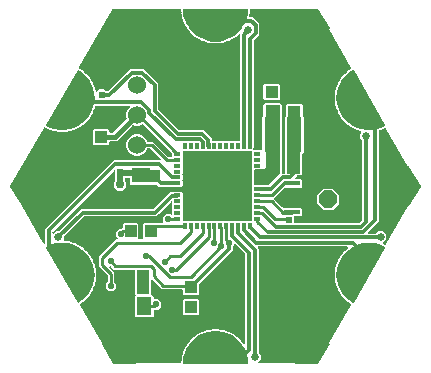
<source format=gbr>
G04 EAGLE Gerber RS-274X export*
G75*
%MOMM*%
%FSLAX34Y34*%
%LPD*%
%INBottom Copper*%
%IPPOS*%
%AMOC8*
5,1,8,0,0,1.08239X$1,22.5*%
G01*
%ADD10R,1.100000X1.000000*%
%ADD11R,1.300000X1.500000*%
%ADD12R,1.000000X1.100000*%
%ADD13R,1.399997X0.400000*%
%ADD14P,1.649562X8X22.500000*%
%ADD15R,1.500000X1.300000*%
%ADD16C,1.000000*%
%ADD17C,1.524000*%
%ADD18R,0.550000X0.297181*%
%ADD19R,0.297181X0.550000*%
%ADD20R,5.600000X5.600000*%
%ADD21R,0.500000X0.800000*%
%ADD22C,0.508000*%
%ADD23C,0.254000*%
%ADD24C,0.750000*%
%ADD25C,0.554800*%
%ADD26C,0.650000*%
%ADD27C,0.604800*%
%ADD28C,0.304800*%
%ADD29C,0.654800*%
%ADD30C,0.406400*%

G36*
X121440Y118144D02*
X121440Y118144D01*
X121531Y118151D01*
X121561Y118163D01*
X121593Y118169D01*
X121673Y118211D01*
X121757Y118247D01*
X121789Y118273D01*
X121810Y118284D01*
X121832Y118307D01*
X121888Y118352D01*
X123922Y120386D01*
X123976Y120460D01*
X124035Y120529D01*
X124047Y120560D01*
X124066Y120586D01*
X124093Y120673D01*
X124127Y120758D01*
X124131Y120799D01*
X124138Y120821D01*
X124137Y120853D01*
X124145Y120924D01*
X124145Y187840D01*
X124131Y187930D01*
X124124Y188021D01*
X124111Y188051D01*
X124106Y188083D01*
X124063Y188164D01*
X124027Y188248D01*
X124002Y188280D01*
X123991Y188300D01*
X123967Y188323D01*
X123922Y188379D01*
X122395Y189906D01*
X122395Y193881D01*
X123228Y194713D01*
X123236Y194725D01*
X123248Y194734D01*
X123308Y194825D01*
X123371Y194913D01*
X123375Y194927D01*
X123384Y194939D01*
X123412Y195045D01*
X123443Y195148D01*
X123443Y195163D01*
X123447Y195177D01*
X123440Y195285D01*
X123437Y195394D01*
X123432Y195408D01*
X123431Y195423D01*
X123390Y195523D01*
X123353Y195625D01*
X123343Y195637D01*
X123338Y195650D01*
X123267Y195732D01*
X123199Y195817D01*
X123187Y195825D01*
X123177Y195836D01*
X123083Y195891D01*
X122992Y195950D01*
X122978Y195954D01*
X122965Y195961D01*
X122803Y196004D01*
X122738Y196014D01*
X122683Y196059D01*
X122619Y196121D01*
X122588Y196136D01*
X122561Y196158D01*
X122407Y196225D01*
X120301Y196876D01*
X120266Y196880D01*
X120234Y196893D01*
X120145Y196897D01*
X120057Y196909D01*
X120023Y196903D01*
X119988Y196904D01*
X119911Y196887D01*
X119331Y197166D01*
X119300Y197175D01*
X119225Y197208D01*
X118613Y197397D01*
X118565Y197450D01*
X118511Y197521D01*
X118483Y197540D01*
X118459Y197566D01*
X118317Y197655D01*
X116332Y198612D01*
X116299Y198621D01*
X116268Y198639D01*
X116216Y198649D01*
X116170Y198668D01*
X116124Y198673D01*
X116096Y198681D01*
X116061Y198680D01*
X116027Y198687D01*
X116010Y198685D01*
X116003Y198686D01*
X115996Y198686D01*
X115975Y198683D01*
X115948Y198681D01*
X115416Y199043D01*
X115386Y199057D01*
X115318Y199100D01*
X114741Y199378D01*
X114701Y199438D01*
X114659Y199516D01*
X114633Y199540D01*
X114614Y199569D01*
X114487Y199678D01*
X112666Y200920D01*
X112634Y200935D01*
X112607Y200956D01*
X112524Y200986D01*
X112443Y201024D01*
X112408Y201028D01*
X112376Y201040D01*
X112297Y201045D01*
X111825Y201483D01*
X111797Y201502D01*
X111736Y201554D01*
X111207Y201915D01*
X111177Y201980D01*
X111146Y202064D01*
X111125Y202091D01*
X111110Y202122D01*
X111000Y202249D01*
X109385Y203749D01*
X109356Y203768D01*
X109332Y203793D01*
X109254Y203836D01*
X109180Y203885D01*
X109147Y203894D01*
X109116Y203910D01*
X109039Y203928D01*
X108637Y204431D01*
X108613Y204454D01*
X108560Y204515D01*
X108091Y204950D01*
X108070Y205019D01*
X108053Y205106D01*
X108035Y205136D01*
X108025Y205170D01*
X107936Y205312D01*
X106562Y207035D01*
X106537Y207058D01*
X106517Y207087D01*
X106446Y207141D01*
X106380Y207200D01*
X106348Y207214D01*
X106320Y207235D01*
X106246Y207264D01*
X105925Y207821D01*
X105904Y207847D01*
X105861Y207915D01*
X105462Y208416D01*
X105452Y208487D01*
X105447Y208576D01*
X105435Y208608D01*
X105430Y208643D01*
X105362Y208796D01*
X104261Y210706D01*
X104239Y210732D01*
X104224Y210764D01*
X104161Y210827D01*
X104105Y210896D01*
X104076Y210914D01*
X104052Y210939D01*
X103983Y210979D01*
X103748Y211578D01*
X103731Y211606D01*
X103698Y211680D01*
X103378Y212235D01*
X103379Y212307D01*
X103388Y212395D01*
X103380Y212429D01*
X103381Y212464D01*
X103337Y212626D01*
X102532Y214678D01*
X102515Y214708D01*
X102504Y214741D01*
X102452Y214813D01*
X102407Y214889D01*
X102380Y214912D01*
X102360Y214940D01*
X102298Y214989D01*
X102155Y215617D01*
X102143Y215648D01*
X102121Y215726D01*
X101888Y216322D01*
X101899Y216393D01*
X101921Y216479D01*
X101918Y216513D01*
X101924Y216548D01*
X101905Y216714D01*
X101415Y218863D01*
X101402Y218895D01*
X101397Y218930D01*
X101356Y219009D01*
X101322Y219091D01*
X101300Y219118D01*
X101284Y219148D01*
X101230Y219206D01*
X101182Y219848D01*
X101174Y219880D01*
X101165Y219961D01*
X101023Y220585D01*
X101044Y220654D01*
X101079Y220736D01*
X101082Y220770D01*
X101092Y220803D01*
X101098Y220971D01*
X100934Y223169D01*
X100926Y223202D01*
X100926Y223237D01*
X100897Y223322D01*
X100876Y223408D01*
X100858Y223437D01*
X100847Y223470D01*
X100802Y223536D01*
X100850Y224177D01*
X100847Y224210D01*
X100850Y224291D01*
X100803Y224930D01*
X100834Y224994D01*
X100881Y225070D01*
X100888Y225104D01*
X100904Y225135D01*
X100935Y225300D01*
X101100Y227498D01*
X101097Y227532D01*
X101102Y227567D01*
X101087Y227654D01*
X101079Y227743D01*
X101065Y227775D01*
X101059Y227809D01*
X101024Y227880D01*
X101168Y228508D01*
X101170Y228541D01*
X101185Y228620D01*
X101233Y229259D01*
X101274Y229317D01*
X101331Y229386D01*
X101344Y229418D01*
X101363Y229446D01*
X101419Y229605D01*
X101910Y231754D01*
X101912Y231788D01*
X101922Y231821D01*
X101919Y231910D01*
X101925Y231999D01*
X101916Y232033D01*
X101915Y232067D01*
X101892Y232143D01*
X102127Y232742D01*
X102134Y232774D01*
X102160Y232851D01*
X102303Y233475D01*
X102352Y233527D01*
X102419Y233586D01*
X102436Y233616D01*
X102460Y233641D01*
X102538Y233790D01*
X103344Y235841D01*
X103352Y235875D01*
X103367Y235906D01*
X103377Y235995D01*
X103396Y236082D01*
X103392Y236116D01*
X103396Y236151D01*
X103384Y236229D01*
X103706Y236786D01*
X103718Y236817D01*
X103756Y236889D01*
X103990Y237485D01*
X104047Y237529D01*
X104121Y237577D01*
X104143Y237604D01*
X104170Y237626D01*
X104270Y237761D01*
X105372Y239669D01*
X105385Y239702D01*
X105404Y239731D01*
X105428Y239816D01*
X105459Y239899D01*
X105461Y239934D01*
X105470Y239968D01*
X105470Y240047D01*
X105871Y240550D01*
X105887Y240579D01*
X105935Y240644D01*
X106256Y241198D01*
X106318Y241234D01*
X106399Y241270D01*
X106425Y241294D01*
X106455Y241311D01*
X106573Y241430D01*
X107948Y243153D01*
X107956Y243167D01*
X107961Y243172D01*
X107967Y243184D01*
X107989Y243208D01*
X108025Y243289D01*
X108068Y243367D01*
X108075Y243401D01*
X108089Y243433D01*
X108101Y243511D01*
X108573Y243949D01*
X108593Y243975D01*
X108650Y244032D01*
X109050Y244533D01*
X109116Y244558D01*
X109202Y244582D01*
X109231Y244602D01*
X109263Y244614D01*
X109398Y244714D01*
X111014Y246213D01*
X111036Y246240D01*
X111063Y246262D01*
X111111Y246337D01*
X111165Y246407D01*
X111177Y246440D01*
X111195Y246469D01*
X111219Y246545D01*
X111751Y246907D01*
X111775Y246930D01*
X111840Y246978D01*
X112309Y247414D01*
X112379Y247429D01*
X112467Y247440D01*
X112499Y247455D01*
X112533Y247462D01*
X112681Y247541D01*
X114375Y248695D01*
X114457Y248773D01*
X114541Y248850D01*
X114546Y248858D01*
X114553Y248865D01*
X114606Y248965D01*
X114662Y249064D01*
X114663Y249074D01*
X114668Y249082D01*
X114686Y249194D01*
X114707Y249306D01*
X114706Y249316D01*
X114707Y249325D01*
X114689Y249438D01*
X114673Y249550D01*
X114669Y249560D01*
X114667Y249568D01*
X114656Y249589D01*
X114606Y249703D01*
X95985Y282118D01*
X96314Y282274D01*
X96336Y282291D01*
X96363Y282301D01*
X96415Y282350D01*
X96473Y282393D01*
X96487Y282418D01*
X96508Y282437D01*
X96537Y282503D01*
X96573Y282565D01*
X96576Y282593D01*
X96588Y282619D01*
X96589Y282691D01*
X96598Y282762D01*
X96590Y282789D01*
X96591Y282818D01*
X96555Y282913D01*
X96544Y282953D01*
X96537Y282962D01*
X96533Y282974D01*
X87033Y299474D01*
X86981Y299533D01*
X86935Y299595D01*
X86916Y299606D01*
X86901Y299623D01*
X86831Y299657D01*
X86764Y299697D01*
X86740Y299701D01*
X86722Y299709D01*
X86677Y299711D01*
X86600Y299724D01*
X67600Y299724D01*
X67572Y299719D01*
X67544Y299721D01*
X67476Y299699D01*
X67405Y299685D01*
X67382Y299669D01*
X67355Y299660D01*
X67300Y299613D01*
X67241Y299572D01*
X67226Y299548D01*
X67205Y299530D01*
X67173Y299465D01*
X67134Y299405D01*
X67129Y299377D01*
X67117Y299351D01*
X67108Y299250D01*
X67102Y299211D01*
X29786Y299211D01*
X29766Y299208D01*
X29747Y299210D01*
X29645Y299188D01*
X29543Y299172D01*
X29526Y299162D01*
X29506Y299158D01*
X29417Y299105D01*
X29326Y299056D01*
X29312Y299042D01*
X29295Y299032D01*
X29228Y298953D01*
X29156Y298878D01*
X29148Y298860D01*
X29135Y298845D01*
X29096Y298749D01*
X29053Y298655D01*
X29051Y298635D01*
X29043Y298617D01*
X29025Y298450D01*
X29025Y298332D01*
X29019Y298325D01*
X29001Y298264D01*
X28973Y298208D01*
X28956Y298121D01*
X28947Y298090D01*
X28947Y298072D01*
X28942Y298043D01*
X28786Y295964D01*
X28789Y295929D01*
X28784Y295895D01*
X28800Y295807D01*
X28808Y295719D01*
X28821Y295687D01*
X28828Y295653D01*
X28862Y295581D01*
X28719Y294954D01*
X28717Y294921D01*
X28702Y294841D01*
X28654Y294203D01*
X28613Y294144D01*
X28556Y294076D01*
X28543Y294043D01*
X28524Y294015D01*
X28468Y293857D01*
X28309Y293159D01*
X28303Y293054D01*
X28291Y292950D01*
X28295Y292932D01*
X28294Y292913D01*
X28321Y292812D01*
X28343Y292710D01*
X28353Y292694D01*
X28358Y292676D01*
X28416Y292589D01*
X28470Y292498D01*
X28484Y292486D01*
X28494Y292471D01*
X28577Y292407D01*
X28656Y292339D01*
X28674Y292332D01*
X28688Y292320D01*
X28787Y292286D01*
X28885Y292247D01*
X28907Y292244D01*
X28921Y292239D01*
X28952Y292239D01*
X29051Y292228D01*
X31615Y292228D01*
X37090Y286753D01*
X37090Y277422D01*
X32366Y272698D01*
X32313Y272624D01*
X32254Y272555D01*
X32241Y272525D01*
X32223Y272498D01*
X32196Y272411D01*
X32162Y272327D01*
X32157Y272286D01*
X32150Y272263D01*
X32151Y272231D01*
X32143Y272160D01*
X32143Y181624D01*
X32124Y181575D01*
X32119Y181535D01*
X32112Y181513D01*
X32113Y181480D01*
X32105Y181409D01*
X32105Y180504D01*
X32108Y180484D01*
X32106Y180464D01*
X32128Y180363D01*
X32145Y180261D01*
X32154Y180244D01*
X32158Y180224D01*
X32212Y180135D01*
X32260Y180044D01*
X32274Y180030D01*
X32285Y180013D01*
X32363Y179946D01*
X32438Y179874D01*
X32456Y179866D01*
X32472Y179853D01*
X32568Y179814D01*
X32661Y179771D01*
X32681Y179769D01*
X32700Y179761D01*
X32866Y179743D01*
X38864Y179743D01*
X38884Y179746D01*
X38903Y179744D01*
X39005Y179766D01*
X39107Y179782D01*
X39124Y179792D01*
X39144Y179796D01*
X39233Y179849D01*
X39324Y179897D01*
X39338Y179912D01*
X39355Y179922D01*
X39422Y180001D01*
X39494Y180076D01*
X39502Y180094D01*
X39515Y180109D01*
X39554Y180205D01*
X39597Y180299D01*
X39599Y180319D01*
X39607Y180337D01*
X39625Y180504D01*
X39625Y208157D01*
X40377Y208909D01*
X40430Y208983D01*
X40490Y209052D01*
X40502Y209082D01*
X40521Y209108D01*
X40548Y209195D01*
X40582Y209280D01*
X40586Y209321D01*
X40593Y209343D01*
X40592Y209376D01*
X40600Y209447D01*
X40600Y217794D01*
X40734Y217928D01*
X40787Y218002D01*
X40846Y218071D01*
X40858Y218101D01*
X40877Y218127D01*
X40904Y218214D01*
X40911Y218231D01*
X42073Y219393D01*
X54764Y219393D01*
X55881Y218277D01*
X55881Y160558D01*
X55884Y160538D01*
X55882Y160518D01*
X55904Y160417D01*
X55920Y160315D01*
X55930Y160298D01*
X55934Y160278D01*
X55987Y160189D01*
X56036Y160098D01*
X56050Y160084D01*
X56060Y160067D01*
X56139Y160000D01*
X56214Y159928D01*
X56232Y159920D01*
X56247Y159907D01*
X56343Y159868D01*
X56437Y159825D01*
X56457Y159823D01*
X56475Y159815D01*
X56642Y159797D01*
X57864Y159797D01*
X57884Y159800D01*
X57903Y159798D01*
X58005Y159820D01*
X58107Y159836D01*
X58124Y159846D01*
X58144Y159850D01*
X58233Y159903D01*
X58324Y159951D01*
X58338Y159966D01*
X58355Y159976D01*
X58422Y160055D01*
X58494Y160130D01*
X58502Y160148D01*
X58515Y160163D01*
X58554Y160259D01*
X58597Y160353D01*
X58599Y160373D01*
X58607Y160391D01*
X58625Y160558D01*
X58625Y208157D01*
X59427Y208959D01*
X59480Y209033D01*
X59540Y209102D01*
X59552Y209132D01*
X59571Y209158D01*
X59598Y209245D01*
X59632Y209330D01*
X59636Y209371D01*
X59643Y209393D01*
X59642Y209426D01*
X59650Y209497D01*
X59650Y217794D01*
X60543Y218687D01*
X72807Y218687D01*
X73700Y217794D01*
X73700Y209447D01*
X73714Y209357D01*
X73722Y209266D01*
X73734Y209236D01*
X73739Y209204D01*
X73782Y209123D01*
X73818Y209040D01*
X73844Y209007D01*
X73855Y208987D01*
X73878Y208965D01*
X73923Y208909D01*
X74675Y208157D01*
X74675Y177606D01*
X73566Y176497D01*
X73513Y176423D01*
X73454Y176354D01*
X73441Y176324D01*
X73423Y176298D01*
X73396Y176211D01*
X73362Y176126D01*
X73357Y176085D01*
X73350Y176063D01*
X73351Y176030D01*
X73343Y175959D01*
X73343Y159548D01*
X72227Y158432D01*
X69396Y158432D01*
X69306Y158417D01*
X69215Y158410D01*
X69185Y158397D01*
X69153Y158392D01*
X69073Y158349D01*
X68989Y158314D01*
X68957Y158288D01*
X68936Y158277D01*
X68914Y158254D01*
X68858Y158209D01*
X67173Y156524D01*
X67131Y156466D01*
X67082Y156414D01*
X67060Y156367D01*
X67030Y156324D01*
X67009Y156256D01*
X66978Y156191D01*
X66973Y156139D01*
X66957Y156089D01*
X66959Y156018D01*
X66951Y155946D01*
X66962Y155896D01*
X66964Y155844D01*
X66988Y155776D01*
X67004Y155706D01*
X67030Y155661D01*
X67048Y155613D01*
X67093Y155556D01*
X67130Y155495D01*
X67169Y155461D01*
X67202Y155420D01*
X67262Y155382D01*
X67317Y155335D01*
X67365Y155316D01*
X67409Y155287D01*
X67478Y155270D01*
X67545Y155243D01*
X67616Y155235D01*
X67647Y155227D01*
X67671Y155229D01*
X67712Y155225D01*
X72719Y155225D01*
X73612Y154332D01*
X73612Y149068D01*
X72719Y148175D01*
X58780Y148175D01*
X58690Y148160D01*
X58599Y148153D01*
X58570Y148141D01*
X58538Y148135D01*
X58457Y148093D01*
X58373Y148057D01*
X58341Y148031D01*
X58320Y148020D01*
X58298Y147997D01*
X58242Y147952D01*
X49734Y139445D01*
X49723Y139428D01*
X49707Y139416D01*
X49651Y139329D01*
X49591Y139245D01*
X49585Y139226D01*
X49574Y139209D01*
X49549Y139109D01*
X49518Y139010D01*
X49519Y138990D01*
X49514Y138970D01*
X49522Y138867D01*
X49525Y138764D01*
X49532Y138745D01*
X49533Y138725D01*
X49574Y138630D01*
X49609Y138533D01*
X49622Y138517D01*
X49630Y138499D01*
X49734Y138368D01*
X50446Y137657D01*
X56655Y131448D01*
X56729Y131395D01*
X56798Y131335D01*
X56828Y131323D01*
X56854Y131304D01*
X56941Y131277D01*
X57026Y131243D01*
X57067Y131239D01*
X57089Y131232D01*
X57122Y131233D01*
X57193Y131225D01*
X72719Y131225D01*
X73612Y130332D01*
X73612Y125068D01*
X72719Y124175D01*
X67160Y124175D01*
X67089Y124164D01*
X67017Y124162D01*
X66968Y124144D01*
X66917Y124136D01*
X66854Y124102D01*
X66786Y124077D01*
X66746Y124045D01*
X66700Y124020D01*
X66650Y123968D01*
X66594Y123924D01*
X66566Y123880D01*
X66530Y123842D01*
X66500Y123777D01*
X66461Y123717D01*
X66449Y123666D01*
X66427Y123619D01*
X66419Y123548D01*
X66401Y123478D01*
X66405Y123426D01*
X66400Y123375D01*
X66415Y123304D01*
X66421Y123233D01*
X66441Y123185D01*
X66452Y123134D01*
X66461Y123119D01*
X66461Y119174D01*
X66457Y119160D01*
X66427Y119095D01*
X66421Y119043D01*
X66406Y118994D01*
X66408Y118922D01*
X66400Y118851D01*
X66411Y118800D01*
X66412Y118748D01*
X66437Y118680D01*
X66452Y118610D01*
X66479Y118566D01*
X66496Y118517D01*
X66541Y118461D01*
X66578Y118399D01*
X66618Y118365D01*
X66650Y118325D01*
X66710Y118286D01*
X66765Y118239D01*
X66813Y118220D01*
X66857Y118192D01*
X66926Y118174D01*
X66993Y118147D01*
X67064Y118139D01*
X67096Y118132D01*
X67119Y118133D01*
X67160Y118129D01*
X121350Y118129D01*
X121440Y118144D01*
G37*
G36*
X1626Y187242D02*
X1626Y187242D01*
X1730Y187245D01*
X1749Y187252D01*
X1768Y187253D01*
X1863Y187294D01*
X1880Y187300D01*
X6279Y187300D01*
X6286Y187295D01*
X6387Y187270D01*
X6485Y187239D01*
X6505Y187240D01*
X6525Y187235D01*
X6628Y187243D01*
X6731Y187245D01*
X6750Y187252D01*
X6770Y187254D01*
X6865Y187294D01*
X6880Y187300D01*
X11280Y187300D01*
X11287Y187295D01*
X11388Y187270D01*
X11486Y187239D01*
X11506Y187240D01*
X11526Y187235D01*
X11629Y187243D01*
X11732Y187245D01*
X11751Y187252D01*
X11771Y187254D01*
X11866Y187294D01*
X11881Y187300D01*
X16281Y187300D01*
X16288Y187295D01*
X16389Y187270D01*
X16487Y187239D01*
X16507Y187240D01*
X16527Y187235D01*
X16630Y187243D01*
X16733Y187245D01*
X16752Y187252D01*
X16772Y187254D01*
X16867Y187294D01*
X16882Y187300D01*
X20284Y187300D01*
X20303Y187303D01*
X20323Y187301D01*
X20424Y187323D01*
X20526Y187339D01*
X20544Y187349D01*
X20563Y187353D01*
X20652Y187406D01*
X20744Y187455D01*
X20757Y187469D01*
X20774Y187479D01*
X20842Y187558D01*
X20913Y187633D01*
X20921Y187651D01*
X20934Y187666D01*
X20973Y187762D01*
X21017Y187856D01*
X21019Y187876D01*
X21026Y187894D01*
X21045Y188061D01*
X21045Y277516D01*
X21035Y277572D01*
X21036Y277630D01*
X21016Y277693D01*
X21005Y277758D01*
X20978Y277809D01*
X20960Y277864D01*
X20921Y277917D01*
X20890Y277976D01*
X20848Y278015D01*
X20814Y278062D01*
X20760Y278099D01*
X20712Y278145D01*
X20659Y278169D01*
X20612Y278202D01*
X20549Y278221D01*
X20489Y278249D01*
X20431Y278255D01*
X20376Y278271D01*
X20310Y278268D01*
X20244Y278276D01*
X20188Y278263D01*
X20130Y278261D01*
X20068Y278238D01*
X20004Y278223D01*
X19954Y278194D01*
X19901Y278173D01*
X19819Y278113D01*
X19793Y278097D01*
X19784Y278087D01*
X19766Y278074D01*
X18883Y277255D01*
X18862Y277228D01*
X18835Y277206D01*
X18787Y277131D01*
X18733Y277061D01*
X18721Y277028D01*
X18702Y276999D01*
X18679Y276923D01*
X18147Y276560D01*
X18123Y276538D01*
X18058Y276489D01*
X17589Y276054D01*
X17519Y276038D01*
X17431Y276027D01*
X17399Y276012D01*
X17366Y276005D01*
X17217Y275926D01*
X15398Y274686D01*
X15373Y274662D01*
X15343Y274644D01*
X15284Y274578D01*
X15220Y274516D01*
X15206Y274489D01*
X15195Y274478D01*
X15193Y274473D01*
X15181Y274460D01*
X15147Y274388D01*
X14567Y274109D01*
X14540Y274090D01*
X14468Y274052D01*
X13939Y273691D01*
X13867Y273686D01*
X13778Y273689D01*
X13745Y273678D01*
X13711Y273676D01*
X13553Y273620D01*
X11569Y272665D01*
X11540Y272645D01*
X11508Y272632D01*
X11440Y272575D01*
X11367Y272524D01*
X11347Y272496D01*
X11320Y272474D01*
X11276Y272408D01*
X10661Y272218D01*
X10631Y272203D01*
X10555Y272177D01*
X9978Y271899D01*
X9906Y271905D01*
X9819Y271920D01*
X9784Y271915D01*
X9750Y271918D01*
X9585Y271886D01*
X7481Y271237D01*
X7450Y271222D01*
X7416Y271214D01*
X7340Y271168D01*
X7261Y271128D01*
X7236Y271103D01*
X7207Y271085D01*
X7153Y271027D01*
X6516Y270931D01*
X6485Y270921D01*
X6405Y270906D01*
X5793Y270717D01*
X5724Y270733D01*
X5639Y270762D01*
X5605Y270762D01*
X5571Y270770D01*
X5403Y270763D01*
X3226Y270435D01*
X3193Y270424D01*
X3158Y270422D01*
X3077Y270387D01*
X2992Y270360D01*
X2964Y270339D01*
X2932Y270325D01*
X2870Y270276D01*
X2227Y270276D01*
X2194Y270270D01*
X2113Y270267D01*
X1480Y270172D01*
X1413Y270199D01*
X1334Y270239D01*
X1300Y270244D01*
X1268Y270257D01*
X1101Y270276D01*
X-1101Y270276D01*
X-1135Y270270D01*
X-1170Y270273D01*
X-1256Y270250D01*
X-1344Y270236D01*
X-1374Y270220D01*
X-1408Y270211D01*
X-1477Y270171D01*
X-2113Y270267D01*
X-2146Y270267D01*
X-2227Y270276D01*
X-2867Y270276D01*
X-2929Y270312D01*
X-3001Y270364D01*
X-3034Y270374D01*
X-3064Y270392D01*
X-3226Y270435D01*
X-5403Y270763D01*
X-5438Y270763D01*
X-5472Y270770D01*
X-5560Y270761D01*
X-5649Y270760D01*
X-5682Y270749D01*
X-5717Y270745D01*
X-5790Y270716D01*
X-6405Y270906D01*
X-6438Y270910D01*
X-6516Y270931D01*
X-7150Y271026D01*
X-7205Y271072D01*
X-7269Y271134D01*
X-7300Y271149D01*
X-7327Y271171D01*
X-7481Y271237D01*
X-9585Y271886D01*
X-9619Y271891D01*
X-9652Y271904D01*
X-9741Y271908D01*
X-9829Y271920D01*
X-9863Y271914D01*
X-9897Y271915D01*
X-9975Y271897D01*
X-10555Y272177D01*
X-10586Y272186D01*
X-10661Y272218D01*
X-11273Y272407D01*
X-11321Y272460D01*
X-11374Y272531D01*
X-11403Y272550D01*
X-11426Y272576D01*
X-11569Y272665D01*
X-13553Y273620D01*
X-13586Y273630D01*
X-13616Y273647D01*
X-13703Y273665D01*
X-13788Y273690D01*
X-13823Y273689D01*
X-13857Y273695D01*
X-13936Y273689D01*
X-14468Y274052D01*
X-14498Y274066D01*
X-14567Y274109D01*
X-15144Y274387D01*
X-15183Y274446D01*
X-15226Y274524D01*
X-15241Y274538D01*
X-15243Y274541D01*
X-15252Y274549D01*
X-15271Y274577D01*
X-15398Y274686D01*
X-17217Y275926D01*
X-17249Y275941D01*
X-17276Y275962D01*
X-17360Y275993D01*
X-17440Y276030D01*
X-17475Y276034D01*
X-17507Y276046D01*
X-17587Y276052D01*
X-18058Y276489D01*
X-18086Y276508D01*
X-18147Y276560D01*
X-18676Y276921D01*
X-18707Y276986D01*
X-18737Y277069D01*
X-18759Y277097D01*
X-18774Y277128D01*
X-18883Y277255D01*
X-20498Y278753D01*
X-20526Y278772D01*
X-20550Y278797D01*
X-20628Y278839D01*
X-20703Y278889D01*
X-20736Y278897D01*
X-20766Y278914D01*
X-20844Y278931D01*
X-21245Y279435D01*
X-21270Y279457D01*
X-21323Y279518D01*
X-21792Y279954D01*
X-21813Y280022D01*
X-21830Y280110D01*
X-21848Y280140D01*
X-21857Y280173D01*
X-21947Y280315D01*
X-23320Y282036D01*
X-23345Y282059D01*
X-23365Y282088D01*
X-23437Y282142D01*
X-23502Y282201D01*
X-23534Y282215D01*
X-23562Y282236D01*
X-23636Y282265D01*
X-23957Y282822D01*
X-23978Y282848D01*
X-24022Y282916D01*
X-24421Y283417D01*
X-24431Y283488D01*
X-24435Y283577D01*
X-24448Y283609D01*
X-24453Y283643D01*
X-24520Y283797D01*
X-25621Y285704D01*
X-25643Y285731D01*
X-25658Y285762D01*
X-25721Y285826D01*
X-25777Y285894D01*
X-25806Y285913D01*
X-25831Y285937D01*
X-25900Y285977D01*
X-26135Y286576D01*
X-26151Y286604D01*
X-26184Y286679D01*
X-26504Y287233D01*
X-26504Y287305D01*
X-26495Y287393D01*
X-26502Y287427D01*
X-26502Y287462D01*
X-26546Y287624D01*
X-27350Y289674D01*
X-27368Y289703D01*
X-27378Y289736D01*
X-27430Y289808D01*
X-27476Y289885D01*
X-27502Y289908D01*
X-27523Y289936D01*
X-27585Y289985D01*
X-27728Y290613D01*
X-27740Y290643D01*
X-27762Y290721D01*
X-27995Y291317D01*
X-27984Y291388D01*
X-27962Y291474D01*
X-27965Y291509D01*
X-27959Y291543D01*
X-27965Y291594D01*
X-27965Y291598D01*
X-27967Y291609D01*
X-27978Y291710D01*
X-28468Y293857D01*
X-28481Y293889D01*
X-28487Y293923D01*
X-28528Y294002D01*
X-28561Y294084D01*
X-28584Y294111D01*
X-28600Y294141D01*
X-28654Y294199D01*
X-28702Y294841D01*
X-28710Y294873D01*
X-28719Y294954D01*
X-28861Y295578D01*
X-28840Y295647D01*
X-28805Y295728D01*
X-28803Y295763D01*
X-28792Y295796D01*
X-28786Y295964D01*
X-28942Y298043D01*
X-28957Y298104D01*
X-28962Y298167D01*
X-28985Y298223D01*
X-29000Y298282D01*
X-29025Y298322D01*
X-29025Y298450D01*
X-29028Y298470D01*
X-29026Y298489D01*
X-29048Y298591D01*
X-29064Y298693D01*
X-29074Y298710D01*
X-29078Y298730D01*
X-29131Y298819D01*
X-29180Y298910D01*
X-29194Y298924D01*
X-29204Y298941D01*
X-29283Y299008D01*
X-29358Y299080D01*
X-29376Y299088D01*
X-29391Y299101D01*
X-29487Y299140D01*
X-29581Y299183D01*
X-29601Y299185D01*
X-29619Y299193D01*
X-29786Y299211D01*
X-67105Y299211D01*
X-67106Y299214D01*
X-67101Y299242D01*
X-67118Y299311D01*
X-67126Y299383D01*
X-67141Y299407D01*
X-67147Y299435D01*
X-67190Y299493D01*
X-67226Y299555D01*
X-67248Y299572D01*
X-67265Y299595D01*
X-67327Y299632D01*
X-67384Y299675D01*
X-67412Y299682D01*
X-67436Y299697D01*
X-67536Y299713D01*
X-67577Y299724D01*
X-67587Y299722D01*
X-67600Y299724D01*
X-86600Y299724D01*
X-86676Y299709D01*
X-86754Y299700D01*
X-86773Y299689D01*
X-86795Y299685D01*
X-86859Y299641D01*
X-86927Y299602D01*
X-86943Y299583D01*
X-86959Y299572D01*
X-86983Y299534D01*
X-87033Y299474D01*
X-87184Y299211D01*
X-87313Y299211D01*
X-87380Y299200D01*
X-87448Y299199D01*
X-87501Y299180D01*
X-87555Y299172D01*
X-87616Y299140D01*
X-87680Y299117D01*
X-87724Y299082D01*
X-87773Y299056D01*
X-87820Y299007D01*
X-87874Y298965D01*
X-87919Y298902D01*
X-87942Y298878D01*
X-87951Y298859D01*
X-87973Y298829D01*
X-115747Y250481D01*
X-115787Y250374D01*
X-115830Y250269D01*
X-115830Y250259D01*
X-115834Y250251D01*
X-115838Y250137D01*
X-115844Y250023D01*
X-115842Y250014D01*
X-115842Y250005D01*
X-115809Y249895D01*
X-115780Y249786D01*
X-115775Y249778D01*
X-115772Y249769D01*
X-115706Y249676D01*
X-115643Y249582D01*
X-115634Y249574D01*
X-115630Y249568D01*
X-115611Y249554D01*
X-115516Y249472D01*
X-115346Y249357D01*
X-115327Y249348D01*
X-115298Y249327D01*
X-114615Y248933D01*
X-114611Y248924D01*
X-114568Y248878D01*
X-114533Y248825D01*
X-114466Y248768D01*
X-114444Y248744D01*
X-114428Y248735D01*
X-114406Y248716D01*
X-112681Y247541D01*
X-112649Y247526D01*
X-112622Y247505D01*
X-112539Y247475D01*
X-112458Y247437D01*
X-112423Y247433D01*
X-112391Y247422D01*
X-112312Y247416D01*
X-111840Y246978D01*
X-111812Y246960D01*
X-111751Y246907D01*
X-111221Y246547D01*
X-111191Y246482D01*
X-111160Y246398D01*
X-111139Y246371D01*
X-111124Y246340D01*
X-111014Y246213D01*
X-109398Y244714D01*
X-109369Y244695D01*
X-109345Y244670D01*
X-109267Y244628D01*
X-109193Y244578D01*
X-109159Y244569D01*
X-109129Y244553D01*
X-109052Y244535D01*
X-108650Y244032D01*
X-108626Y244010D01*
X-108573Y243949D01*
X-108103Y243513D01*
X-108083Y243445D01*
X-108065Y243358D01*
X-108048Y243328D01*
X-108038Y243294D01*
X-107948Y243153D01*
X-106573Y241430D01*
X-106548Y241406D01*
X-106528Y241378D01*
X-106457Y241324D01*
X-106391Y241265D01*
X-106359Y241251D01*
X-106331Y241230D01*
X-106257Y241201D01*
X-105935Y240644D01*
X-105914Y240618D01*
X-105871Y240550D01*
X-105472Y240049D01*
X-105462Y239979D01*
X-105457Y239890D01*
X-105445Y239857D01*
X-105440Y239823D01*
X-105372Y239669D01*
X-104270Y237761D01*
X-104248Y237734D01*
X-104232Y237703D01*
X-104170Y237640D01*
X-104114Y237571D01*
X-104084Y237552D01*
X-104060Y237527D01*
X-103991Y237488D01*
X-103756Y236889D01*
X-103739Y236860D01*
X-103707Y236786D01*
X-103386Y236232D01*
X-103387Y236160D01*
X-103396Y236072D01*
X-103388Y236038D01*
X-103388Y236003D01*
X-103344Y235841D01*
X-102538Y233790D01*
X-102521Y233760D01*
X-102510Y233727D01*
X-102458Y233655D01*
X-102413Y233578D01*
X-102386Y233556D01*
X-102366Y233528D01*
X-102304Y233478D01*
X-102160Y232851D01*
X-102148Y232820D01*
X-102127Y232742D01*
X-101893Y232146D01*
X-101904Y232075D01*
X-101926Y231989D01*
X-101923Y231954D01*
X-101929Y231920D01*
X-101910Y231754D01*
X-101459Y229781D01*
X-101417Y229680D01*
X-101380Y229577D01*
X-101371Y229566D01*
X-101366Y229553D01*
X-101295Y229471D01*
X-101226Y229385D01*
X-101214Y229378D01*
X-101205Y229367D01*
X-101112Y229311D01*
X-101019Y229252D01*
X-101006Y229249D01*
X-100994Y229242D01*
X-100887Y229219D01*
X-100781Y229192D01*
X-100767Y229193D01*
X-100753Y229190D01*
X-100644Y229203D01*
X-100536Y229211D01*
X-100523Y229217D01*
X-100509Y229218D01*
X-100410Y229265D01*
X-100309Y229308D01*
X-100296Y229318D01*
X-100286Y229323D01*
X-100265Y229343D01*
X-100178Y229412D01*
X-98308Y231283D01*
X-94539Y231283D01*
X-93262Y230006D01*
X-93188Y229953D01*
X-93119Y229894D01*
X-93089Y229881D01*
X-93062Y229863D01*
X-92976Y229836D01*
X-92891Y229802D01*
X-92850Y229797D01*
X-92827Y229790D01*
X-92795Y229791D01*
X-92724Y229783D01*
X-91556Y229783D01*
X-91465Y229798D01*
X-91375Y229805D01*
X-91345Y229818D01*
X-91313Y229823D01*
X-91232Y229866D01*
X-91148Y229901D01*
X-91116Y229927D01*
X-91095Y229938D01*
X-91073Y229961D01*
X-91017Y230006D01*
X-72357Y248667D01*
X-60993Y248667D01*
X-48386Y236060D01*
X-48386Y214609D01*
X-48372Y214519D01*
X-48364Y214428D01*
X-48352Y214399D01*
X-48347Y214367D01*
X-48304Y214286D01*
X-48268Y214202D01*
X-48242Y214170D01*
X-48231Y214149D01*
X-48208Y214127D01*
X-48163Y214071D01*
X-30848Y196756D01*
X-30774Y196703D01*
X-30705Y196644D01*
X-30675Y196631D01*
X-30649Y196613D01*
X-30562Y196586D01*
X-30477Y196552D01*
X-30436Y196547D01*
X-30413Y196540D01*
X-30381Y196541D01*
X-30310Y196533D01*
X-10101Y196533D01*
X-3295Y189727D01*
X-3295Y188061D01*
X-3292Y188041D01*
X-3294Y188022D01*
X-3272Y187920D01*
X-3255Y187818D01*
X-3246Y187801D01*
X-3241Y187781D01*
X-3188Y187692D01*
X-3140Y187601D01*
X-3126Y187587D01*
X-3115Y187570D01*
X-3037Y187503D01*
X-2962Y187431D01*
X-2944Y187423D01*
X-2928Y187410D01*
X-2832Y187371D01*
X-2739Y187328D01*
X-2719Y187326D01*
X-2700Y187318D01*
X-2534Y187300D01*
X1276Y187300D01*
X1285Y187294D01*
X1385Y187269D01*
X1484Y187239D01*
X1504Y187239D01*
X1523Y187234D01*
X1626Y187242D01*
G37*
G36*
X-67572Y-1269D02*
X-67572Y-1269D01*
X-67544Y-1271D01*
X-67476Y-1249D01*
X-67405Y-1235D01*
X-67382Y-1219D01*
X-67355Y-1210D01*
X-67300Y-1163D01*
X-67241Y-1122D01*
X-67226Y-1098D01*
X-67205Y-1080D01*
X-67173Y-1015D01*
X-67134Y-955D01*
X-67129Y-927D01*
X-67117Y-901D01*
X-67108Y-799D01*
X-67102Y-761D01*
X-29786Y-761D01*
X-29766Y-758D01*
X-29747Y-760D01*
X-29645Y-738D01*
X-29543Y-722D01*
X-29526Y-712D01*
X-29506Y-708D01*
X-29417Y-655D01*
X-29326Y-606D01*
X-29312Y-592D01*
X-29295Y-582D01*
X-29228Y-503D01*
X-29156Y-428D01*
X-29148Y-410D01*
X-29135Y-395D01*
X-29096Y-299D01*
X-29053Y-205D01*
X-29051Y-185D01*
X-29043Y-167D01*
X-29025Y0D01*
X-29025Y118D01*
X-29019Y125D01*
X-29001Y186D01*
X-28973Y242D01*
X-28956Y329D01*
X-28947Y360D01*
X-28947Y378D01*
X-28942Y407D01*
X-28786Y2486D01*
X-28789Y2521D01*
X-28784Y2555D01*
X-28800Y2643D01*
X-28807Y2731D01*
X-28821Y2763D01*
X-28828Y2797D01*
X-28862Y2869D01*
X-28719Y3496D01*
X-28717Y3529D01*
X-28702Y3609D01*
X-28654Y4247D01*
X-28613Y4306D01*
X-28556Y4374D01*
X-28543Y4407D01*
X-28524Y4435D01*
X-28468Y4593D01*
X-27978Y6740D01*
X-27976Y6775D01*
X-27966Y6808D01*
X-27969Y6897D01*
X-27963Y6986D01*
X-27972Y7019D01*
X-27973Y7054D01*
X-27997Y7130D01*
X-27762Y7729D01*
X-27755Y7761D01*
X-27728Y7837D01*
X-27586Y8462D01*
X-27536Y8514D01*
X-27470Y8573D01*
X-27452Y8603D01*
X-27428Y8628D01*
X-27350Y8776D01*
X-26546Y10826D01*
X-26539Y10860D01*
X-26524Y10891D01*
X-26513Y10980D01*
X-26494Y11067D01*
X-26498Y11101D01*
X-26494Y11135D01*
X-26506Y11214D01*
X-26184Y11771D01*
X-26172Y11802D01*
X-26135Y11874D01*
X-25901Y12470D01*
X-25844Y12514D01*
X-25770Y12562D01*
X-25748Y12590D01*
X-25721Y12611D01*
X-25621Y12746D01*
X-24520Y14653D01*
X-24508Y14685D01*
X-24489Y14714D01*
X-24465Y14800D01*
X-24433Y14883D01*
X-24432Y14918D01*
X-24423Y14951D01*
X-24423Y15031D01*
X-24022Y15534D01*
X-24012Y15551D01*
X-24005Y15558D01*
X-23999Y15572D01*
X-23957Y15628D01*
X-23637Y16182D01*
X-23575Y16218D01*
X-23494Y16254D01*
X-23468Y16278D01*
X-23438Y16295D01*
X-23320Y16414D01*
X-21947Y18135D01*
X-21930Y18166D01*
X-21906Y18191D01*
X-21870Y18272D01*
X-21827Y18350D01*
X-21820Y18384D01*
X-21806Y18416D01*
X-21794Y18494D01*
X-21323Y18932D01*
X-21302Y18958D01*
X-21245Y19015D01*
X-20846Y19516D01*
X-20779Y19542D01*
X-20693Y19566D01*
X-20665Y19585D01*
X-20632Y19598D01*
X-20498Y19697D01*
X-18883Y21195D01*
X-18862Y21222D01*
X-18835Y21244D01*
X-18787Y21319D01*
X-18733Y21389D01*
X-18721Y21422D01*
X-18702Y21451D01*
X-18679Y21527D01*
X-18147Y21890D01*
X-18123Y21912D01*
X-18058Y21961D01*
X-17589Y22396D01*
X-17519Y22412D01*
X-17431Y22423D01*
X-17399Y22438D01*
X-17365Y22445D01*
X-17217Y22524D01*
X-15398Y23764D01*
X-15373Y23788D01*
X-15343Y23806D01*
X-15284Y23872D01*
X-15220Y23934D01*
X-15204Y23964D01*
X-15181Y23990D01*
X-15147Y24062D01*
X-14567Y24341D01*
X-14540Y24360D01*
X-14468Y24398D01*
X-13939Y24759D01*
X-13867Y24764D01*
X-13779Y24761D01*
X-13745Y24772D01*
X-13711Y24774D01*
X-13553Y24830D01*
X-11569Y25785D01*
X-11540Y25805D01*
X-11508Y25818D01*
X-11440Y25875D01*
X-11367Y25926D01*
X-11347Y25954D01*
X-11320Y25976D01*
X-11276Y26042D01*
X-10661Y26232D01*
X-10631Y26247D01*
X-10555Y26273D01*
X-9978Y26551D01*
X-9906Y26545D01*
X-9819Y26530D01*
X-9784Y26535D01*
X-9750Y26532D01*
X-9585Y26564D01*
X-7481Y27213D01*
X-7450Y27228D01*
X-7416Y27236D01*
X-7340Y27282D01*
X-7261Y27322D01*
X-7236Y27347D01*
X-7207Y27365D01*
X-7153Y27423D01*
X-6516Y27519D01*
X-6485Y27529D01*
X-6405Y27544D01*
X-5793Y27733D01*
X-5724Y27717D01*
X-5639Y27688D01*
X-5605Y27688D01*
X-5571Y27680D01*
X-5403Y27687D01*
X-3226Y28015D01*
X-3193Y28026D01*
X-3158Y28028D01*
X-3077Y28063D01*
X-2992Y28090D01*
X-2964Y28111D01*
X-2932Y28125D01*
X-2870Y28174D01*
X-2227Y28174D01*
X-2194Y28180D01*
X-2113Y28183D01*
X-1480Y28278D01*
X-1413Y28251D01*
X-1334Y28211D01*
X-1300Y28206D01*
X-1268Y28193D01*
X-1101Y28174D01*
X1101Y28174D01*
X1135Y28180D01*
X1170Y28177D01*
X1256Y28200D01*
X1344Y28214D01*
X1374Y28230D01*
X1408Y28239D01*
X1477Y28279D01*
X2113Y28183D01*
X2146Y28183D01*
X2227Y28174D01*
X2867Y28174D01*
X2929Y28138D01*
X3001Y28086D01*
X3034Y28076D01*
X3064Y28058D01*
X3226Y28015D01*
X5403Y27687D01*
X5438Y27687D01*
X5472Y27680D01*
X5560Y27689D01*
X5649Y27690D01*
X5682Y27701D01*
X5717Y27705D01*
X5790Y27734D01*
X6405Y27544D01*
X6438Y27540D01*
X6516Y27519D01*
X7150Y27424D01*
X7205Y27378D01*
X7269Y27316D01*
X7300Y27301D01*
X7327Y27279D01*
X7481Y27213D01*
X9585Y26564D01*
X9619Y26559D01*
X9652Y26546D01*
X9741Y26542D01*
X9829Y26530D01*
X9863Y26536D01*
X9897Y26535D01*
X9975Y26553D01*
X10555Y26273D01*
X10586Y26264D01*
X10661Y26232D01*
X11272Y26043D01*
X11321Y25990D01*
X11374Y25919D01*
X11403Y25900D01*
X11426Y25874D01*
X11569Y25785D01*
X13553Y24830D01*
X13586Y24820D01*
X13616Y24803D01*
X13703Y24785D01*
X13788Y24760D01*
X13823Y24761D01*
X13857Y24755D01*
X13936Y24761D01*
X14468Y24398D01*
X14498Y24384D01*
X14567Y24341D01*
X15144Y24063D01*
X15183Y24004D01*
X15226Y23926D01*
X15251Y23902D01*
X15271Y23873D01*
X15398Y23764D01*
X17217Y22524D01*
X17249Y22509D01*
X17276Y22488D01*
X17360Y22457D01*
X17440Y22420D01*
X17475Y22416D01*
X17507Y22404D01*
X17587Y22398D01*
X18058Y21961D01*
X18086Y21942D01*
X18147Y21890D01*
X18676Y21529D01*
X18707Y21464D01*
X18737Y21381D01*
X18759Y21353D01*
X18774Y21322D01*
X18883Y21195D01*
X20498Y19697D01*
X20526Y19678D01*
X20550Y19653D01*
X20628Y19611D01*
X20703Y19561D01*
X20736Y19553D01*
X20766Y19536D01*
X20844Y19519D01*
X21245Y19015D01*
X21270Y18993D01*
X21323Y18932D01*
X21792Y18496D01*
X21813Y18428D01*
X21830Y18340D01*
X21848Y18310D01*
X21858Y18277D01*
X21947Y18135D01*
X23320Y16414D01*
X23346Y16391D01*
X23365Y16362D01*
X23436Y16308D01*
X23502Y16249D01*
X23534Y16235D01*
X23562Y16214D01*
X23636Y16185D01*
X23909Y15712D01*
X23939Y15675D01*
X23962Y15633D01*
X24016Y15581D01*
X24065Y15522D01*
X24105Y15496D01*
X24140Y15463D01*
X24209Y15432D01*
X24273Y15391D01*
X24320Y15380D01*
X24363Y15360D01*
X24438Y15351D01*
X24512Y15334D01*
X24560Y15338D01*
X24607Y15333D01*
X24682Y15349D01*
X24757Y15355D01*
X24801Y15375D01*
X24848Y15385D01*
X24913Y15424D01*
X24982Y15454D01*
X25018Y15487D01*
X25059Y15511D01*
X25108Y15569D01*
X25164Y15620D01*
X25188Y15661D01*
X25219Y15698D01*
X25247Y15768D01*
X25284Y15835D01*
X25293Y15882D01*
X25311Y15926D01*
X25325Y16054D01*
X25329Y16076D01*
X25328Y16083D01*
X25329Y16093D01*
X25329Y91622D01*
X25315Y91712D01*
X25307Y91803D01*
X25295Y91833D01*
X25290Y91865D01*
X25247Y91945D01*
X25211Y92029D01*
X25185Y92061D01*
X25174Y92082D01*
X25151Y92104D01*
X25106Y92160D01*
X17137Y100129D01*
X17079Y100171D01*
X17027Y100221D01*
X16980Y100243D01*
X16937Y100273D01*
X16869Y100294D01*
X16804Y100324D01*
X16752Y100330D01*
X16702Y100345D01*
X16630Y100343D01*
X16559Y100351D01*
X16508Y100340D01*
X16456Y100339D01*
X16389Y100314D01*
X16319Y100299D01*
X16274Y100272D01*
X16225Y100255D01*
X16169Y100210D01*
X16108Y100173D01*
X16074Y100133D01*
X16033Y100101D01*
X15995Y100041D01*
X15948Y99986D01*
X15928Y99938D01*
X15900Y99894D01*
X15883Y99824D01*
X15856Y99758D01*
X15848Y99687D01*
X15840Y99655D01*
X15842Y99632D01*
X15837Y99591D01*
X15837Y99393D01*
X14810Y98366D01*
X14757Y98292D01*
X14698Y98223D01*
X14686Y98193D01*
X14667Y98166D01*
X14640Y98079D01*
X14606Y97995D01*
X14601Y97954D01*
X14595Y97931D01*
X14595Y97899D01*
X14587Y97828D01*
X14587Y95148D01*
X-13390Y67171D01*
X-13443Y67097D01*
X-13502Y67028D01*
X-13515Y66998D01*
X-13533Y66971D01*
X-13560Y66884D01*
X-13594Y66800D01*
X-13599Y66759D01*
X-13606Y66736D01*
X-13605Y66704D01*
X-13613Y66633D01*
X-13613Y58431D01*
X-14506Y57538D01*
X-26769Y57538D01*
X-27662Y58431D01*
X-27662Y61235D01*
X-27665Y61255D01*
X-27663Y61275D01*
X-27685Y61376D01*
X-27702Y61478D01*
X-27711Y61496D01*
X-27716Y61515D01*
X-27769Y61604D01*
X-27817Y61696D01*
X-27831Y61709D01*
X-27842Y61726D01*
X-27920Y61794D01*
X-27995Y61865D01*
X-28013Y61873D01*
X-28029Y61886D01*
X-28125Y61925D01*
X-28218Y61969D01*
X-28238Y61971D01*
X-28257Y61978D01*
X-28423Y61997D01*
X-43688Y61997D01*
X-43757Y62025D01*
X-43798Y62029D01*
X-43820Y62036D01*
X-43853Y62035D01*
X-43924Y62043D01*
X-45358Y62043D01*
X-53026Y69711D01*
X-53084Y69753D01*
X-53136Y69802D01*
X-53183Y69824D01*
X-53225Y69854D01*
X-53294Y69876D01*
X-53359Y69906D01*
X-53411Y69911D01*
X-53461Y69927D01*
X-53532Y69925D01*
X-53603Y69933D01*
X-53654Y69922D01*
X-53706Y69920D01*
X-53774Y69896D01*
X-53844Y69881D01*
X-53889Y69854D01*
X-53937Y69836D01*
X-53993Y69791D01*
X-54055Y69754D01*
X-54089Y69715D01*
X-54129Y69682D01*
X-54168Y69622D01*
X-54215Y69567D01*
X-54234Y69519D01*
X-54262Y69475D01*
X-54280Y69406D01*
X-54307Y69339D01*
X-54315Y69268D01*
X-54323Y69237D01*
X-54321Y69214D01*
X-54325Y69173D01*
X-54325Y57850D01*
X-54336Y57839D01*
X-54358Y57792D01*
X-54388Y57750D01*
X-54409Y57681D01*
X-54439Y57616D01*
X-54445Y57564D01*
X-54460Y57515D01*
X-54458Y57443D01*
X-54466Y57372D01*
X-54455Y57321D01*
X-54454Y57269D01*
X-54429Y57201D01*
X-54414Y57131D01*
X-54387Y57086D01*
X-54370Y57038D01*
X-54325Y56982D01*
X-54288Y56920D01*
X-54248Y56886D01*
X-54216Y56846D01*
X-54156Y56807D01*
X-54101Y56760D01*
X-54053Y56741D01*
X-54009Y56713D01*
X-53939Y56695D01*
X-53873Y56668D01*
X-53802Y56660D01*
X-53770Y56652D01*
X-53747Y56654D01*
X-53706Y56650D01*
X-53218Y56650D01*
X-52325Y55757D01*
X-52325Y54272D01*
X-52322Y54253D01*
X-52324Y54233D01*
X-52302Y54132D01*
X-52286Y54030D01*
X-52276Y54012D01*
X-52272Y53993D01*
X-52219Y53904D01*
X-52170Y53812D01*
X-52156Y53799D01*
X-52146Y53782D01*
X-52067Y53714D01*
X-51992Y53643D01*
X-51974Y53635D01*
X-51959Y53622D01*
X-51863Y53583D01*
X-51769Y53539D01*
X-51749Y53537D01*
X-51731Y53530D01*
X-51564Y53511D01*
X-49019Y53511D01*
X-46501Y50993D01*
X-46501Y47432D01*
X-49019Y44914D01*
X-50831Y44914D01*
X-50921Y44899D01*
X-51012Y44892D01*
X-51042Y44879D01*
X-51074Y44874D01*
X-51154Y44831D01*
X-51157Y44830D01*
X-51564Y44830D01*
X-51584Y44827D01*
X-51603Y44829D01*
X-51705Y44807D01*
X-51807Y44791D01*
X-51824Y44781D01*
X-51844Y44777D01*
X-51933Y44724D01*
X-52024Y44675D01*
X-52038Y44661D01*
X-52055Y44651D01*
X-52122Y44572D01*
X-52194Y44497D01*
X-52202Y44479D01*
X-52215Y44464D01*
X-52254Y44368D01*
X-52297Y44274D01*
X-52299Y44254D01*
X-52307Y44236D01*
X-52325Y44069D01*
X-52325Y39493D01*
X-53218Y38600D01*
X-67482Y38600D01*
X-68375Y39493D01*
X-68375Y55757D01*
X-67857Y56274D01*
X-67845Y56290D01*
X-67830Y56303D01*
X-67774Y56390D01*
X-67714Y56474D01*
X-67708Y56493D01*
X-67697Y56510D01*
X-67672Y56610D01*
X-67641Y56709D01*
X-67642Y56729D01*
X-67637Y56748D01*
X-67645Y56851D01*
X-67648Y56955D01*
X-67654Y56974D01*
X-67656Y56994D01*
X-67696Y57088D01*
X-67732Y57186D01*
X-67744Y57202D01*
X-67752Y57220D01*
X-67857Y57351D01*
X-68375Y57868D01*
X-68375Y78025D01*
X-68378Y78045D01*
X-68376Y78064D01*
X-68398Y78166D01*
X-68414Y78268D01*
X-68424Y78285D01*
X-68428Y78305D01*
X-68481Y78394D01*
X-68530Y78485D01*
X-68544Y78499D01*
X-68554Y78516D01*
X-68633Y78583D01*
X-68708Y78655D01*
X-68726Y78663D01*
X-68741Y78676D01*
X-68837Y78715D01*
X-68931Y78758D01*
X-68951Y78760D01*
X-68969Y78768D01*
X-69136Y78786D01*
X-85914Y78786D01*
X-88331Y81203D01*
X-88405Y81256D01*
X-88474Y81316D01*
X-88504Y81328D01*
X-88530Y81347D01*
X-88617Y81374D01*
X-88702Y81408D01*
X-88743Y81412D01*
X-88765Y81419D01*
X-88798Y81418D01*
X-88869Y81426D01*
X-89189Y81426D01*
X-89259Y81415D01*
X-89331Y81413D01*
X-89380Y81395D01*
X-89431Y81387D01*
X-89495Y81353D01*
X-89562Y81328D01*
X-89603Y81296D01*
X-89649Y81271D01*
X-89698Y81219D01*
X-89754Y81175D01*
X-89782Y81131D01*
X-89818Y81093D01*
X-89848Y81028D01*
X-89887Y80968D01*
X-89900Y80917D01*
X-89922Y80870D01*
X-89930Y80799D01*
X-89947Y80729D01*
X-89943Y80677D01*
X-89949Y80626D01*
X-89934Y80555D01*
X-89928Y80484D01*
X-89908Y80436D01*
X-89897Y80385D01*
X-89860Y80324D01*
X-89832Y80258D01*
X-89787Y80202D01*
X-89770Y80174D01*
X-89753Y80159D01*
X-89727Y80127D01*
X-85793Y76193D01*
X-85793Y68612D01*
X-85779Y68522D01*
X-85771Y68431D01*
X-85759Y68401D01*
X-85754Y68369D01*
X-85711Y68288D01*
X-85675Y68205D01*
X-85649Y68172D01*
X-85638Y68152D01*
X-85615Y68130D01*
X-85570Y68074D01*
X-84289Y66793D01*
X-84289Y63231D01*
X-86807Y60713D01*
X-90369Y60713D01*
X-92887Y63231D01*
X-92887Y66793D01*
X-91606Y68074D01*
X-91553Y68148D01*
X-91493Y68217D01*
X-91481Y68247D01*
X-91462Y68273D01*
X-91435Y68360D01*
X-91401Y68445D01*
X-91397Y68486D01*
X-91390Y68508D01*
X-91391Y68541D01*
X-91383Y68612D01*
X-91383Y73563D01*
X-91397Y73653D01*
X-91405Y73744D01*
X-91417Y73773D01*
X-91422Y73805D01*
X-91465Y73886D01*
X-91501Y73970D01*
X-91527Y74002D01*
X-91538Y74023D01*
X-91561Y74045D01*
X-91606Y74101D01*
X-99033Y81528D01*
X-99033Y89922D01*
X-84560Y104395D01*
X-83737Y104395D01*
X-83666Y104406D01*
X-83594Y104408D01*
X-83545Y104426D01*
X-83494Y104434D01*
X-83431Y104468D01*
X-83363Y104493D01*
X-83323Y104525D01*
X-83277Y104550D01*
X-83227Y104602D01*
X-83171Y104646D01*
X-83143Y104690D01*
X-83107Y104728D01*
X-83077Y104793D01*
X-83038Y104853D01*
X-83026Y104904D01*
X-83004Y104951D01*
X-82996Y105022D01*
X-82978Y105092D01*
X-82982Y105144D01*
X-82977Y105195D01*
X-82992Y105266D01*
X-82997Y105337D01*
X-83018Y105385D01*
X-83029Y105436D01*
X-83066Y105497D01*
X-83094Y105563D01*
X-83139Y105619D01*
X-83155Y105647D01*
X-83173Y105662D01*
X-83199Y105694D01*
X-84655Y107151D01*
X-84655Y110712D01*
X-82137Y113230D01*
X-80326Y113230D01*
X-80235Y113245D01*
X-80145Y113252D01*
X-80115Y113265D01*
X-80083Y113270D01*
X-80002Y113313D01*
X-79918Y113349D01*
X-79886Y113374D01*
X-79865Y113385D01*
X-79843Y113409D01*
X-79787Y113453D01*
X-79321Y113920D01*
X-79286Y113920D01*
X-79266Y113923D01*
X-79247Y113921D01*
X-79145Y113943D01*
X-79043Y113959D01*
X-79026Y113969D01*
X-79006Y113973D01*
X-78917Y114026D01*
X-78826Y114075D01*
X-78812Y114089D01*
X-78795Y114099D01*
X-78728Y114178D01*
X-78656Y114253D01*
X-78648Y114271D01*
X-78635Y114286D01*
X-78596Y114382D01*
X-78553Y114476D01*
X-78551Y114496D01*
X-78543Y114514D01*
X-78525Y114681D01*
X-78525Y117257D01*
X-77632Y118150D01*
X-66368Y118150D01*
X-65475Y117257D01*
X-65475Y105156D01*
X-65472Y105136D01*
X-65474Y105117D01*
X-65452Y105015D01*
X-65436Y104913D01*
X-65426Y104896D01*
X-65422Y104876D01*
X-65369Y104787D01*
X-65320Y104696D01*
X-65306Y104682D01*
X-65296Y104665D01*
X-65217Y104598D01*
X-65142Y104526D01*
X-65124Y104518D01*
X-65109Y104505D01*
X-65013Y104466D01*
X-64919Y104423D01*
X-64899Y104421D01*
X-64881Y104413D01*
X-64714Y104395D01*
X-62286Y104395D01*
X-62266Y104398D01*
X-62247Y104396D01*
X-62145Y104418D01*
X-62043Y104434D01*
X-62026Y104444D01*
X-62006Y104448D01*
X-61917Y104501D01*
X-61826Y104550D01*
X-61812Y104564D01*
X-61795Y104574D01*
X-61728Y104653D01*
X-61656Y104728D01*
X-61648Y104746D01*
X-61635Y104761D01*
X-61596Y104857D01*
X-61553Y104951D01*
X-61551Y104971D01*
X-61543Y104989D01*
X-61525Y105156D01*
X-61525Y117257D01*
X-60632Y118150D01*
X-52243Y118150D01*
X-52153Y118164D01*
X-52062Y118172D01*
X-52032Y118184D01*
X-52000Y118189D01*
X-51943Y118220D01*
X-44831Y118220D01*
X-44760Y118231D01*
X-44688Y118233D01*
X-44640Y118251D01*
X-44588Y118259D01*
X-44525Y118293D01*
X-44457Y118318D01*
X-44417Y118350D01*
X-44371Y118375D01*
X-44321Y118427D01*
X-44265Y118471D01*
X-44237Y118515D01*
X-44201Y118553D01*
X-44171Y118618D01*
X-44132Y118678D01*
X-44120Y118729D01*
X-44098Y118776D01*
X-44090Y118847D01*
X-44072Y118917D01*
X-44076Y118969D01*
X-44071Y119020D01*
X-44086Y119091D01*
X-44091Y119162D01*
X-44112Y119210D01*
X-44123Y119261D01*
X-44160Y119322D01*
X-44188Y119388D01*
X-44212Y119419D01*
X-44212Y123000D01*
X-41694Y125518D01*
X-38133Y125518D01*
X-37787Y125172D01*
X-37728Y125130D01*
X-37677Y125081D01*
X-37629Y125059D01*
X-37587Y125029D01*
X-37519Y125007D01*
X-37453Y124977D01*
X-37402Y124972D01*
X-37352Y124956D01*
X-37280Y124958D01*
X-37209Y124950D01*
X-37158Y124961D01*
X-37106Y124963D01*
X-37039Y124987D01*
X-36969Y125002D01*
X-36924Y125029D01*
X-36875Y125047D01*
X-36819Y125092D01*
X-36758Y125129D01*
X-36724Y125168D01*
X-36683Y125201D01*
X-36644Y125261D01*
X-36598Y125315D01*
X-36578Y125364D01*
X-36550Y125408D01*
X-36533Y125477D01*
X-36506Y125544D01*
X-36498Y125615D01*
X-36490Y125646D01*
X-36492Y125669D01*
X-36487Y125710D01*
X-36487Y128909D01*
X-36482Y128917D01*
X-36456Y129018D01*
X-36426Y129116D01*
X-36427Y129136D01*
X-36422Y129156D01*
X-36430Y129259D01*
X-36432Y129362D01*
X-36439Y129381D01*
X-36441Y129401D01*
X-36481Y129496D01*
X-36487Y129512D01*
X-36487Y133911D01*
X-36482Y133919D01*
X-36457Y134019D01*
X-36427Y134118D01*
X-36427Y134138D01*
X-36422Y134157D01*
X-36430Y134260D01*
X-36433Y134364D01*
X-36440Y134383D01*
X-36441Y134402D01*
X-36482Y134497D01*
X-36487Y134512D01*
X-36487Y135665D01*
X-36499Y135736D01*
X-36501Y135808D01*
X-36519Y135857D01*
X-36527Y135908D01*
X-36561Y135971D01*
X-36585Y136039D01*
X-36618Y136079D01*
X-36642Y136126D01*
X-36694Y136175D01*
X-36739Y136231D01*
X-36783Y136259D01*
X-36820Y136295D01*
X-36885Y136325D01*
X-36946Y136364D01*
X-36996Y136377D01*
X-37043Y136399D01*
X-37115Y136406D01*
X-37184Y136424D01*
X-37236Y136420D01*
X-37288Y136426D01*
X-37358Y136410D01*
X-37429Y136405D01*
X-37477Y136384D01*
X-37528Y136373D01*
X-37590Y136337D01*
X-37656Y136308D01*
X-37712Y136264D01*
X-37739Y136247D01*
X-37755Y136229D01*
X-37787Y136204D01*
X-48028Y125962D01*
X-50037Y123953D01*
X-110986Y123953D01*
X-111076Y123939D01*
X-111167Y123931D01*
X-111197Y123919D01*
X-111229Y123914D01*
X-111310Y123871D01*
X-111393Y123835D01*
X-111426Y123809D01*
X-111446Y123798D01*
X-111468Y123775D01*
X-111524Y123730D01*
X-128129Y107126D01*
X-128182Y107052D01*
X-128242Y106982D01*
X-128254Y106952D01*
X-128273Y106926D01*
X-128299Y106839D01*
X-128318Y106793D01*
X-128324Y106780D01*
X-128324Y106777D01*
X-128334Y106754D01*
X-128338Y106713D01*
X-128345Y106691D01*
X-128344Y106659D01*
X-128352Y106587D01*
X-128352Y104450D01*
X-128390Y104393D01*
X-128453Y104305D01*
X-128457Y104291D01*
X-128465Y104278D01*
X-128493Y104174D01*
X-128525Y104070D01*
X-128525Y104055D01*
X-128529Y104041D01*
X-128522Y103932D01*
X-128519Y103824D01*
X-128514Y103810D01*
X-128513Y103795D01*
X-128472Y103694D01*
X-128435Y103593D01*
X-128425Y103581D01*
X-128420Y103567D01*
X-128349Y103486D01*
X-128281Y103401D01*
X-128268Y103393D01*
X-128259Y103381D01*
X-128165Y103326D01*
X-128074Y103268D01*
X-128060Y103264D01*
X-128047Y103257D01*
X-127885Y103213D01*
X-127777Y103197D01*
X-127744Y103197D01*
X-127663Y103188D01*
X-127023Y103188D01*
X-126961Y103152D01*
X-126889Y103100D01*
X-126856Y103090D01*
X-126826Y103072D01*
X-126664Y103029D01*
X-124484Y102700D01*
X-124450Y102700D01*
X-124416Y102693D01*
X-124327Y102702D01*
X-124238Y102703D01*
X-124205Y102714D01*
X-124171Y102718D01*
X-124097Y102747D01*
X-123482Y102557D01*
X-123450Y102552D01*
X-123371Y102532D01*
X-122738Y102436D01*
X-122683Y102391D01*
X-122619Y102329D01*
X-122588Y102314D01*
X-122561Y102292D01*
X-122407Y102225D01*
X-120301Y101574D01*
X-120266Y101570D01*
X-120234Y101557D01*
X-120145Y101553D01*
X-120057Y101541D01*
X-120023Y101547D01*
X-119988Y101546D01*
X-119911Y101563D01*
X-119331Y101284D01*
X-119300Y101275D01*
X-119225Y101242D01*
X-118613Y101053D01*
X-118565Y101000D01*
X-118511Y100929D01*
X-118483Y100910D01*
X-118459Y100884D01*
X-118317Y100795D01*
X-116332Y99838D01*
X-116299Y99829D01*
X-116268Y99811D01*
X-116181Y99794D01*
X-116096Y99769D01*
X-116061Y99770D01*
X-116027Y99763D01*
X-115948Y99769D01*
X-115416Y99407D01*
X-115386Y99393D01*
X-115318Y99350D01*
X-114741Y99072D01*
X-114701Y99012D01*
X-114659Y98934D01*
X-114633Y98910D01*
X-114614Y98881D01*
X-114487Y98772D01*
X-112666Y97530D01*
X-112634Y97515D01*
X-112607Y97494D01*
X-112524Y97464D01*
X-112443Y97426D01*
X-112408Y97422D01*
X-112376Y97410D01*
X-112297Y97405D01*
X-111825Y96967D01*
X-111798Y96948D01*
X-111736Y96896D01*
X-111207Y96535D01*
X-111177Y96470D01*
X-111146Y96386D01*
X-111125Y96359D01*
X-111110Y96328D01*
X-111000Y96201D01*
X-109385Y94701D01*
X-109356Y94682D01*
X-109332Y94657D01*
X-109254Y94614D01*
X-109180Y94565D01*
X-109147Y94556D01*
X-109116Y94540D01*
X-109039Y94522D01*
X-108637Y94019D01*
X-108613Y93996D01*
X-108560Y93935D01*
X-108091Y93500D01*
X-108070Y93431D01*
X-108053Y93344D01*
X-108035Y93314D01*
X-108025Y93280D01*
X-107936Y93138D01*
X-106562Y91415D01*
X-106537Y91392D01*
X-106517Y91363D01*
X-106446Y91309D01*
X-106380Y91250D01*
X-106348Y91236D01*
X-106320Y91215D01*
X-106246Y91186D01*
X-105925Y90629D01*
X-105904Y90603D01*
X-105861Y90535D01*
X-105462Y90034D01*
X-105452Y89963D01*
X-105447Y89874D01*
X-105435Y89842D01*
X-105430Y89807D01*
X-105362Y89654D01*
X-104261Y87744D01*
X-104239Y87718D01*
X-104224Y87686D01*
X-104161Y87623D01*
X-104105Y87554D01*
X-104076Y87536D01*
X-104052Y87511D01*
X-103983Y87471D01*
X-103748Y86872D01*
X-103731Y86844D01*
X-103698Y86770D01*
X-103378Y86215D01*
X-103379Y86143D01*
X-103388Y86055D01*
X-103380Y86021D01*
X-103381Y85986D01*
X-103337Y85824D01*
X-102532Y83772D01*
X-102515Y83742D01*
X-102504Y83709D01*
X-102452Y83637D01*
X-102407Y83561D01*
X-102380Y83538D01*
X-102360Y83510D01*
X-102298Y83461D01*
X-102155Y82833D01*
X-102143Y82802D01*
X-102121Y82724D01*
X-101888Y82128D01*
X-101899Y82057D01*
X-101921Y81971D01*
X-101918Y81937D01*
X-101924Y81902D01*
X-101905Y81736D01*
X-101415Y79587D01*
X-101402Y79555D01*
X-101397Y79520D01*
X-101356Y79441D01*
X-101322Y79359D01*
X-101300Y79332D01*
X-101284Y79302D01*
X-101230Y79244D01*
X-101182Y78602D01*
X-101174Y78570D01*
X-101165Y78489D01*
X-101023Y77865D01*
X-101044Y77796D01*
X-101079Y77714D01*
X-101082Y77680D01*
X-101092Y77647D01*
X-101098Y77479D01*
X-100934Y75281D01*
X-100926Y75248D01*
X-100926Y75213D01*
X-100897Y75128D01*
X-100876Y75042D01*
X-100858Y75013D01*
X-100847Y74980D01*
X-100802Y74914D01*
X-100850Y74273D01*
X-100847Y74240D01*
X-100850Y74159D01*
X-100803Y73520D01*
X-100834Y73456D01*
X-100881Y73380D01*
X-100889Y73346D01*
X-100904Y73315D01*
X-100909Y73286D01*
X-100910Y73285D01*
X-100910Y73281D01*
X-100935Y73150D01*
X-101100Y70952D01*
X-101097Y70918D01*
X-101102Y70883D01*
X-101087Y70796D01*
X-101079Y70707D01*
X-101065Y70675D01*
X-101059Y70641D01*
X-101024Y70570D01*
X-101168Y69942D01*
X-101170Y69909D01*
X-101185Y69830D01*
X-101233Y69191D01*
X-101274Y69133D01*
X-101331Y69064D01*
X-101344Y69032D01*
X-101363Y69004D01*
X-101419Y68845D01*
X-101910Y66696D01*
X-101912Y66662D01*
X-101922Y66629D01*
X-101919Y66540D01*
X-101925Y66451D01*
X-101916Y66417D01*
X-101915Y66383D01*
X-101892Y66307D01*
X-102127Y65708D01*
X-102133Y65681D01*
X-102137Y65673D01*
X-102137Y65666D01*
X-102160Y65599D01*
X-102303Y64975D01*
X-102352Y64923D01*
X-102419Y64864D01*
X-102436Y64834D01*
X-102460Y64809D01*
X-102538Y64660D01*
X-103344Y62609D01*
X-103352Y62575D01*
X-103367Y62544D01*
X-103377Y62455D01*
X-103396Y62368D01*
X-103392Y62334D01*
X-103396Y62299D01*
X-103385Y62221D01*
X-103707Y61664D01*
X-103718Y61633D01*
X-103756Y61561D01*
X-103990Y60965D01*
X-104047Y60921D01*
X-104121Y60873D01*
X-104143Y60846D01*
X-104170Y60824D01*
X-104270Y60689D01*
X-105372Y58781D01*
X-105385Y58748D01*
X-105404Y58719D01*
X-105428Y58634D01*
X-105459Y58551D01*
X-105461Y58516D01*
X-105470Y58482D01*
X-105470Y58403D01*
X-105871Y57900D01*
X-105887Y57871D01*
X-105935Y57806D01*
X-106256Y57252D01*
X-106318Y57216D01*
X-106399Y57180D01*
X-106425Y57156D01*
X-106455Y57139D01*
X-106573Y57020D01*
X-107948Y55297D01*
X-107965Y55267D01*
X-107989Y55242D01*
X-108025Y55161D01*
X-108068Y55083D01*
X-108075Y55049D01*
X-108089Y55017D01*
X-108101Y54939D01*
X-108573Y54501D01*
X-108593Y54475D01*
X-108650Y54418D01*
X-109050Y53917D01*
X-109116Y53892D01*
X-109202Y53868D01*
X-109231Y53848D01*
X-109263Y53836D01*
X-109398Y53736D01*
X-111014Y52237D01*
X-111035Y52210D01*
X-111063Y52188D01*
X-111111Y52113D01*
X-111165Y52043D01*
X-111177Y52010D01*
X-111195Y51981D01*
X-111219Y51905D01*
X-111751Y51543D01*
X-111775Y51520D01*
X-111840Y51472D01*
X-112309Y51036D01*
X-112379Y51021D01*
X-112467Y51010D01*
X-112499Y50995D01*
X-112533Y50988D01*
X-112681Y50909D01*
X-114406Y49734D01*
X-114451Y49690D01*
X-114503Y49655D01*
X-114540Y49606D01*
X-114584Y49564D01*
X-114606Y49523D01*
X-114673Y49484D01*
X-114690Y49470D01*
X-114711Y49461D01*
X-114785Y49392D01*
X-114863Y49328D01*
X-114875Y49309D01*
X-114892Y49294D01*
X-114940Y49205D01*
X-114994Y49120D01*
X-114999Y49098D01*
X-115010Y49079D01*
X-115028Y48979D01*
X-115052Y48881D01*
X-115050Y48859D01*
X-115054Y48837D01*
X-115039Y48736D01*
X-115030Y48636D01*
X-115021Y48615D01*
X-115018Y48593D01*
X-114950Y48440D01*
X-96124Y16266D01*
X-96314Y16176D01*
X-96336Y16159D01*
X-96363Y16149D01*
X-96415Y16100D01*
X-96473Y16057D01*
X-96487Y16032D01*
X-96508Y16013D01*
X-96537Y15947D01*
X-96573Y15885D01*
X-96576Y15857D01*
X-96588Y15831D01*
X-96589Y15759D01*
X-96598Y15688D01*
X-96590Y15661D01*
X-96591Y15632D01*
X-96555Y15537D01*
X-96544Y15497D01*
X-96537Y15488D01*
X-96533Y15476D01*
X-87033Y-1024D01*
X-86981Y-1082D01*
X-86935Y-1145D01*
X-86916Y-1156D01*
X-86901Y-1173D01*
X-86831Y-1207D01*
X-86764Y-1247D01*
X-86740Y-1251D01*
X-86722Y-1259D01*
X-86677Y-1261D01*
X-86600Y-1274D01*
X-67600Y-1274D01*
X-67572Y-1269D01*
G37*
G36*
X86676Y-1259D02*
X86676Y-1259D01*
X86754Y-1250D01*
X86773Y-1239D01*
X86795Y-1235D01*
X86859Y-1191D01*
X86927Y-1152D01*
X86943Y-1133D01*
X86959Y-1122D01*
X86983Y-1084D01*
X87033Y-1024D01*
X96533Y15476D01*
X96542Y15503D01*
X96558Y15527D01*
X96573Y15597D01*
X96596Y15665D01*
X96593Y15693D01*
X96599Y15721D01*
X96586Y15792D01*
X96580Y15863D01*
X96567Y15888D01*
X96561Y15916D01*
X96521Y15976D01*
X96488Y16039D01*
X96466Y16057D01*
X96450Y16081D01*
X96367Y16139D01*
X96335Y16166D01*
X96324Y16169D01*
X96314Y16176D01*
X95985Y16332D01*
X114606Y48747D01*
X114646Y48853D01*
X114689Y48958D01*
X114689Y48968D01*
X114693Y48977D01*
X114697Y49090D01*
X114703Y49204D01*
X114701Y49213D01*
X114701Y49223D01*
X114669Y49332D01*
X114639Y49441D01*
X114634Y49449D01*
X114631Y49458D01*
X114565Y49551D01*
X114502Y49646D01*
X114493Y49653D01*
X114489Y49659D01*
X114470Y49674D01*
X114375Y49755D01*
X112681Y50909D01*
X112649Y50924D01*
X112622Y50945D01*
X112538Y50975D01*
X112458Y51013D01*
X112423Y51017D01*
X112391Y51028D01*
X112312Y51034D01*
X111840Y51472D01*
X111812Y51490D01*
X111751Y51543D01*
X111221Y51903D01*
X111191Y51968D01*
X111160Y52052D01*
X111139Y52079D01*
X111124Y52110D01*
X111014Y52237D01*
X109398Y53736D01*
X109369Y53755D01*
X109345Y53780D01*
X109267Y53823D01*
X109193Y53872D01*
X109160Y53881D01*
X109129Y53897D01*
X109052Y53915D01*
X108650Y54418D01*
X108626Y54440D01*
X108573Y54501D01*
X108103Y54937D01*
X108083Y55005D01*
X108065Y55092D01*
X108048Y55122D01*
X108038Y55156D01*
X107948Y55297D01*
X106573Y57020D01*
X106548Y57044D01*
X106528Y57072D01*
X106457Y57126D01*
X106391Y57185D01*
X106359Y57199D01*
X106331Y57220D01*
X106257Y57249D01*
X105935Y57806D01*
X105914Y57832D01*
X105871Y57900D01*
X105472Y58401D01*
X105462Y58471D01*
X105457Y58560D01*
X105445Y58593D01*
X105440Y58627D01*
X105372Y58781D01*
X104270Y60689D01*
X104248Y60716D01*
X104232Y60747D01*
X104170Y60810D01*
X104114Y60879D01*
X104084Y60898D01*
X104060Y60923D01*
X103991Y60962D01*
X103756Y61561D01*
X103739Y61590D01*
X103707Y61664D01*
X103386Y62218D01*
X103387Y62290D01*
X103396Y62378D01*
X103388Y62412D01*
X103388Y62447D01*
X103344Y62609D01*
X102538Y64660D01*
X102521Y64690D01*
X102510Y64723D01*
X102458Y64795D01*
X102413Y64872D01*
X102386Y64894D01*
X102366Y64922D01*
X102304Y64972D01*
X102160Y65599D01*
X102148Y65630D01*
X102127Y65708D01*
X101893Y66304D01*
X101904Y66375D01*
X101926Y66461D01*
X101923Y66496D01*
X101929Y66530D01*
X101910Y66696D01*
X101419Y68845D01*
X101405Y68877D01*
X101400Y68912D01*
X101359Y68991D01*
X101326Y69073D01*
X101303Y69099D01*
X101287Y69130D01*
X101233Y69188D01*
X101185Y69830D01*
X101177Y69862D01*
X101168Y69942D01*
X101025Y70567D01*
X101047Y70635D01*
X101081Y70717D01*
X101084Y70752D01*
X101094Y70785D01*
X101100Y70952D01*
X100935Y73150D01*
X100927Y73184D01*
X100927Y73219D01*
X100898Y73303D01*
X100890Y73337D01*
X100885Y73360D01*
X100884Y73361D01*
X100877Y73389D01*
X100858Y73419D01*
X100847Y73451D01*
X100802Y73517D01*
X100850Y74159D01*
X100847Y74192D01*
X100850Y74273D01*
X100802Y74911D01*
X100834Y74976D01*
X100880Y75051D01*
X100888Y75085D01*
X100903Y75116D01*
X100934Y75281D01*
X101098Y77479D01*
X101095Y77514D01*
X101100Y77548D01*
X101084Y77636D01*
X101077Y77724D01*
X101063Y77756D01*
X101057Y77790D01*
X101022Y77862D01*
X101165Y78489D01*
X101167Y78522D01*
X101182Y78602D01*
X101230Y79240D01*
X101270Y79299D01*
X101328Y79367D01*
X101340Y79400D01*
X101360Y79428D01*
X101415Y79587D01*
X101905Y81736D01*
X101907Y81770D01*
X101917Y81803D01*
X101915Y81892D01*
X101920Y81981D01*
X101911Y82015D01*
X101910Y82049D01*
X101886Y82125D01*
X102121Y82724D01*
X102128Y82755D01*
X102136Y82771D01*
X102137Y82781D01*
X102155Y82833D01*
X102297Y83457D01*
X102346Y83509D01*
X102413Y83568D01*
X102430Y83598D01*
X102454Y83624D01*
X102532Y83772D01*
X103337Y85824D01*
X103344Y85858D01*
X103359Y85889D01*
X103370Y85978D01*
X103389Y86065D01*
X103385Y86099D01*
X103389Y86134D01*
X103377Y86212D01*
X103698Y86770D01*
X103710Y86800D01*
X103748Y86872D01*
X103982Y87468D01*
X104038Y87512D01*
X104113Y87561D01*
X104134Y87588D01*
X104162Y87609D01*
X104261Y87744D01*
X105362Y89654D01*
X105375Y89686D01*
X105394Y89715D01*
X105418Y89801D01*
X105449Y89884D01*
X105451Y89918D01*
X105460Y89952D01*
X105460Y90031D01*
X105861Y90535D01*
X105877Y90563D01*
X105925Y90629D01*
X106245Y91183D01*
X106307Y91219D01*
X106388Y91255D01*
X106414Y91279D01*
X106444Y91296D01*
X106562Y91415D01*
X107936Y93138D01*
X107953Y93169D01*
X107976Y93194D01*
X108013Y93276D01*
X108056Y93353D01*
X108063Y93387D01*
X108077Y93419D01*
X108088Y93497D01*
X108560Y93935D01*
X108580Y93961D01*
X108637Y94019D01*
X109037Y94520D01*
X109103Y94545D01*
X109189Y94569D01*
X109218Y94589D01*
X109250Y94601D01*
X109385Y94701D01*
X111000Y96201D01*
X111021Y96228D01*
X111048Y96250D01*
X111096Y96325D01*
X111151Y96395D01*
X111162Y96428D01*
X111181Y96457D01*
X111204Y96533D01*
X111736Y96896D01*
X111760Y96918D01*
X111825Y96967D01*
X111857Y96996D01*
X111900Y97052D01*
X111914Y97065D01*
X111918Y97073D01*
X111968Y97126D01*
X111984Y97161D01*
X112008Y97191D01*
X112036Y97271D01*
X112072Y97349D01*
X112076Y97387D01*
X112089Y97423D01*
X112090Y97508D01*
X112099Y97594D01*
X112091Y97631D01*
X112091Y97669D01*
X112065Y97750D01*
X112047Y97834D01*
X112027Y97867D01*
X112016Y97903D01*
X111965Y97971D01*
X111921Y98045D01*
X111892Y98070D01*
X111869Y98100D01*
X111799Y98149D01*
X111734Y98205D01*
X111698Y98219D01*
X111667Y98241D01*
X111585Y98265D01*
X111506Y98297D01*
X111457Y98302D01*
X111431Y98310D01*
X111401Y98308D01*
X111339Y98315D01*
X36422Y98315D01*
X36351Y98304D01*
X36279Y98302D01*
X36230Y98284D01*
X36179Y98276D01*
X36115Y98242D01*
X36048Y98217D01*
X36007Y98185D01*
X35961Y98161D01*
X35912Y98109D01*
X35856Y98064D01*
X35828Y98020D01*
X35792Y97982D01*
X35762Y97917D01*
X35723Y97857D01*
X35710Y97806D01*
X35688Y97759D01*
X35681Y97688D01*
X35663Y97618D01*
X35667Y97566D01*
X35661Y97515D01*
X35677Y97444D01*
X35682Y97373D01*
X35702Y97325D01*
X35714Y97274D01*
X35750Y97213D01*
X35778Y97147D01*
X35823Y97091D01*
X35840Y97063D01*
X35858Y97048D01*
X35883Y97016D01*
X36386Y96513D01*
X36386Y8816D01*
X36401Y8725D01*
X36408Y8635D01*
X36421Y8605D01*
X36426Y8573D01*
X36469Y8492D01*
X36504Y8408D01*
X36530Y8376D01*
X36541Y8355D01*
X36564Y8333D01*
X36609Y8277D01*
X38136Y6750D01*
X38136Y2775D01*
X35900Y538D01*
X35858Y480D01*
X35808Y428D01*
X35787Y381D01*
X35756Y339D01*
X35735Y270D01*
X35705Y205D01*
X35699Y153D01*
X35684Y103D01*
X35686Y32D01*
X35678Y-39D01*
X35689Y-90D01*
X35690Y-142D01*
X35715Y-210D01*
X35730Y-280D01*
X35757Y-325D01*
X35775Y-373D01*
X35819Y-429D01*
X35856Y-491D01*
X35896Y-525D01*
X35928Y-565D01*
X35989Y-604D01*
X36043Y-651D01*
X36091Y-670D01*
X36135Y-698D01*
X36205Y-716D01*
X36271Y-743D01*
X36343Y-751D01*
X36374Y-759D01*
X36397Y-757D01*
X36438Y-761D01*
X67105Y-761D01*
X67106Y-764D01*
X67101Y-792D01*
X67118Y-861D01*
X67126Y-933D01*
X67141Y-957D01*
X67147Y-985D01*
X67190Y-1043D01*
X67226Y-1105D01*
X67248Y-1122D01*
X67265Y-1145D01*
X67327Y-1182D01*
X67384Y-1225D01*
X67412Y-1232D01*
X67436Y-1247D01*
X67536Y-1263D01*
X67577Y-1274D01*
X67587Y-1272D01*
X67600Y-1274D01*
X86600Y-1274D01*
X86676Y-1259D01*
G37*
G36*
X-144982Y100729D02*
X-144982Y100729D01*
X-144904Y100737D01*
X-144862Y100755D01*
X-144818Y100765D01*
X-144751Y100805D01*
X-144679Y100837D01*
X-144646Y100868D01*
X-144607Y100891D01*
X-144556Y100950D01*
X-144498Y101003D01*
X-144476Y101043D01*
X-144447Y101078D01*
X-144417Y101150D01*
X-144380Y101219D01*
X-144372Y101264D01*
X-144355Y101306D01*
X-144340Y101443D01*
X-144336Y101461D01*
X-144337Y101466D01*
X-144336Y101473D01*
X-144336Y113211D01*
X-86225Y171322D01*
X-46937Y171322D01*
X-46866Y171333D01*
X-46794Y171335D01*
X-46745Y171353D01*
X-46694Y171361D01*
X-46631Y171395D01*
X-46563Y171420D01*
X-46523Y171452D01*
X-46477Y171477D01*
X-46427Y171529D01*
X-46371Y171573D01*
X-46343Y171617D01*
X-46307Y171655D01*
X-46277Y171720D01*
X-46238Y171780D01*
X-46226Y171831D01*
X-46204Y171878D01*
X-46196Y171949D01*
X-46178Y172019D01*
X-46182Y172071D01*
X-46177Y172122D01*
X-46192Y172193D01*
X-46197Y172264D01*
X-46218Y172312D01*
X-46229Y172363D01*
X-46266Y172424D01*
X-46294Y172490D01*
X-46339Y172546D01*
X-46355Y172574D01*
X-46373Y172589D01*
X-46399Y172621D01*
X-54910Y181132D01*
X-54984Y181185D01*
X-55053Y181245D01*
X-55083Y181257D01*
X-55109Y181276D01*
X-55196Y181303D01*
X-55281Y181337D01*
X-55322Y181341D01*
X-55344Y181348D01*
X-55377Y181347D01*
X-55448Y181355D01*
X-57426Y181355D01*
X-57541Y181336D01*
X-57657Y181319D01*
X-57662Y181317D01*
X-57669Y181316D01*
X-57771Y181261D01*
X-57876Y181208D01*
X-57880Y181203D01*
X-57886Y181200D01*
X-57966Y181116D01*
X-58048Y181032D01*
X-58052Y181026D01*
X-58055Y181022D01*
X-58063Y181005D01*
X-58129Y180885D01*
X-58922Y178970D01*
X-61495Y176397D01*
X-64856Y175005D01*
X-68494Y175005D01*
X-71855Y176397D01*
X-74428Y178970D01*
X-75820Y182331D01*
X-75820Y185969D01*
X-74428Y189330D01*
X-71855Y191903D01*
X-68494Y193295D01*
X-64856Y193295D01*
X-61495Y191903D01*
X-58922Y189330D01*
X-58129Y187415D01*
X-58067Y187315D01*
X-58008Y187215D01*
X-58003Y187211D01*
X-58000Y187206D01*
X-57909Y187131D01*
X-57821Y187055D01*
X-57815Y187053D01*
X-57810Y187049D01*
X-57702Y187007D01*
X-57593Y186963D01*
X-57585Y186962D01*
X-57580Y186961D01*
X-57562Y186960D01*
X-57426Y186945D01*
X-52817Y186945D01*
X-40340Y174468D01*
X-40266Y174415D01*
X-40197Y174355D01*
X-40167Y174343D01*
X-40141Y174324D01*
X-40054Y174297D01*
X-39969Y174263D01*
X-39928Y174259D01*
X-39906Y174252D01*
X-39873Y174253D01*
X-39802Y174245D01*
X-37248Y174245D01*
X-37229Y174248D01*
X-37209Y174246D01*
X-37108Y174268D01*
X-37006Y174284D01*
X-36988Y174294D01*
X-36969Y174298D01*
X-36880Y174351D01*
X-36788Y174400D01*
X-36775Y174414D01*
X-36758Y174424D01*
X-36690Y174503D01*
X-36619Y174578D01*
X-36611Y174596D01*
X-36598Y174611D01*
X-36559Y174707D01*
X-36515Y174801D01*
X-36513Y174821D01*
X-36506Y174839D01*
X-36487Y175006D01*
X-36487Y176739D01*
X-36502Y176829D01*
X-36509Y176920D01*
X-36522Y176950D01*
X-36527Y176982D01*
X-36570Y177062D01*
X-36605Y177146D01*
X-36631Y177178D01*
X-36642Y177199D01*
X-36665Y177221D01*
X-36710Y177277D01*
X-60948Y201515D01*
X-61029Y201574D01*
X-61085Y201621D01*
X-61104Y201629D01*
X-61137Y201653D01*
X-61143Y201655D01*
X-61148Y201659D01*
X-61259Y201693D01*
X-61283Y201701D01*
X-61313Y201713D01*
X-61323Y201714D01*
X-61371Y201729D01*
X-61377Y201729D01*
X-61383Y201731D01*
X-61461Y201729D01*
X-61479Y201731D01*
X-61503Y201731D01*
X-61524Y201728D01*
X-61617Y201727D01*
X-61624Y201725D01*
X-61629Y201725D01*
X-61646Y201718D01*
X-61730Y201694D01*
X-61746Y201692D01*
X-61754Y201687D01*
X-61778Y201680D01*
X-64856Y200405D01*
X-68494Y200405D01*
X-69647Y200883D01*
X-69761Y200910D01*
X-69875Y200938D01*
X-69881Y200938D01*
X-69887Y200939D01*
X-70003Y200928D01*
X-70120Y200919D01*
X-70125Y200917D01*
X-70132Y200916D01*
X-70239Y200868D01*
X-70346Y200823D01*
X-70352Y200818D01*
X-70356Y200816D01*
X-70370Y200803D01*
X-70477Y200718D01*
X-83689Y187506D01*
X-89052Y187506D01*
X-89071Y187503D01*
X-89091Y187505D01*
X-89192Y187483D01*
X-89294Y187466D01*
X-89312Y187457D01*
X-89331Y187452D01*
X-89420Y187399D01*
X-89512Y187351D01*
X-89525Y187337D01*
X-89542Y187326D01*
X-89610Y187248D01*
X-89681Y187173D01*
X-89689Y187155D01*
X-89702Y187139D01*
X-89741Y187043D01*
X-89785Y186950D01*
X-89787Y186930D01*
X-89794Y186911D01*
X-89813Y186745D01*
X-89813Y185431D01*
X-90706Y184538D01*
X-102969Y184538D01*
X-103862Y185431D01*
X-103862Y196694D01*
X-102969Y197587D01*
X-90706Y197587D01*
X-89813Y196694D01*
X-89813Y195380D01*
X-89810Y195361D01*
X-89812Y195341D01*
X-89790Y195240D01*
X-89773Y195138D01*
X-89764Y195120D01*
X-89759Y195101D01*
X-89706Y195012D01*
X-89658Y194920D01*
X-89644Y194907D01*
X-89633Y194890D01*
X-89555Y194822D01*
X-89480Y194751D01*
X-89462Y194743D01*
X-89446Y194730D01*
X-89350Y194691D01*
X-89257Y194647D01*
X-89237Y194645D01*
X-89218Y194638D01*
X-89052Y194619D01*
X-86951Y194619D01*
X-86861Y194634D01*
X-86770Y194641D01*
X-86740Y194654D01*
X-86708Y194659D01*
X-86628Y194702D01*
X-86544Y194737D01*
X-86512Y194763D01*
X-86491Y194774D01*
X-86469Y194797D01*
X-86413Y194842D01*
X-75507Y205748D01*
X-75439Y205843D01*
X-75369Y205937D01*
X-75367Y205943D01*
X-75363Y205948D01*
X-75329Y206059D01*
X-75319Y206090D01*
X-75317Y206094D01*
X-75317Y206096D01*
X-75293Y206171D01*
X-75293Y206177D01*
X-75291Y206183D01*
X-75294Y206300D01*
X-75294Y206303D01*
X-75290Y206338D01*
X-75295Y206359D01*
X-75295Y206416D01*
X-75297Y206424D01*
X-75297Y206429D01*
X-75304Y206446D01*
X-75342Y206578D01*
X-75820Y207731D01*
X-75820Y211369D01*
X-74428Y214730D01*
X-72843Y216314D01*
X-72802Y216372D01*
X-72752Y216424D01*
X-72730Y216472D01*
X-72700Y216514D01*
X-72679Y216582D01*
X-72649Y216648D01*
X-72643Y216699D01*
X-72627Y216749D01*
X-72629Y216821D01*
X-72621Y216892D01*
X-72632Y216943D01*
X-72634Y216995D01*
X-72658Y217062D01*
X-72674Y217132D01*
X-72700Y217177D01*
X-72718Y217226D01*
X-72763Y217282D01*
X-72800Y217343D01*
X-72839Y217377D01*
X-72872Y217418D01*
X-72932Y217457D01*
X-72987Y217503D01*
X-73035Y217523D01*
X-73079Y217551D01*
X-73148Y217568D01*
X-73215Y217595D01*
X-73286Y217603D01*
X-73317Y217611D01*
X-73341Y217609D01*
X-73382Y217614D01*
X-101093Y217614D01*
X-101150Y217604D01*
X-101208Y217605D01*
X-101271Y217585D01*
X-101335Y217574D01*
X-101387Y217547D01*
X-101442Y217529D01*
X-101495Y217490D01*
X-101553Y217459D01*
X-101593Y217417D01*
X-101639Y217382D01*
X-101677Y217328D01*
X-101722Y217281D01*
X-101747Y217228D01*
X-101780Y217180D01*
X-101812Y217086D01*
X-101826Y217058D01*
X-101827Y217043D01*
X-101835Y217022D01*
X-101905Y216714D01*
X-101907Y216680D01*
X-101917Y216647D01*
X-101915Y216558D01*
X-101920Y216469D01*
X-101911Y216435D01*
X-101910Y216401D01*
X-101886Y216325D01*
X-102121Y215726D01*
X-102128Y215693D01*
X-102142Y215653D01*
X-102149Y215639D01*
X-102150Y215632D01*
X-102155Y215617D01*
X-102297Y214993D01*
X-102346Y214941D01*
X-102413Y214882D01*
X-102430Y214852D01*
X-102454Y214826D01*
X-102532Y214678D01*
X-103337Y212626D01*
X-103342Y212600D01*
X-103345Y212594D01*
X-103346Y212588D01*
X-103359Y212561D01*
X-103370Y212472D01*
X-103389Y212385D01*
X-103385Y212351D01*
X-103389Y212316D01*
X-103377Y212238D01*
X-103698Y211680D01*
X-103710Y211650D01*
X-103748Y211578D01*
X-103982Y210982D01*
X-104038Y210938D01*
X-104113Y210889D01*
X-104134Y210862D01*
X-104162Y210841D01*
X-104261Y210706D01*
X-105362Y208796D01*
X-105375Y208764D01*
X-105394Y208735D01*
X-105418Y208649D01*
X-105449Y208566D01*
X-105451Y208532D01*
X-105460Y208498D01*
X-105460Y208419D01*
X-105861Y207915D01*
X-105877Y207887D01*
X-105925Y207821D01*
X-106245Y207267D01*
X-106307Y207231D01*
X-106388Y207195D01*
X-106414Y207171D01*
X-106444Y207154D01*
X-106562Y207035D01*
X-107936Y205312D01*
X-107953Y205281D01*
X-107976Y205256D01*
X-108013Y205174D01*
X-108056Y205097D01*
X-108063Y205063D01*
X-108077Y205031D01*
X-108088Y204953D01*
X-108560Y204515D01*
X-108580Y204489D01*
X-108637Y204431D01*
X-109037Y203930D01*
X-109103Y203905D01*
X-109189Y203881D01*
X-109218Y203861D01*
X-109250Y203849D01*
X-109385Y203749D01*
X-111000Y202249D01*
X-111021Y202222D01*
X-111048Y202200D01*
X-111096Y202125D01*
X-111151Y202055D01*
X-111162Y202022D01*
X-111181Y201993D01*
X-111204Y201917D01*
X-111736Y201554D01*
X-111760Y201532D01*
X-111825Y201483D01*
X-112294Y201048D01*
X-112364Y201032D01*
X-112453Y201021D01*
X-112484Y201006D01*
X-112518Y200999D01*
X-112666Y200920D01*
X-114487Y199678D01*
X-114512Y199654D01*
X-114542Y199636D01*
X-114600Y199570D01*
X-114665Y199508D01*
X-114681Y199478D01*
X-114704Y199451D01*
X-114738Y199380D01*
X-115318Y199100D01*
X-115345Y199082D01*
X-115416Y199043D01*
X-115945Y198683D01*
X-115956Y198682D01*
X-115996Y198686D01*
X-116003Y198686D01*
X-116050Y198679D01*
X-116106Y198680D01*
X-116139Y198670D01*
X-116174Y198667D01*
X-116222Y198651D01*
X-116246Y198647D01*
X-116272Y198633D01*
X-116332Y198612D01*
X-118317Y197655D01*
X-118346Y197635D01*
X-118378Y197622D01*
X-118446Y197564D01*
X-118519Y197514D01*
X-118539Y197486D01*
X-118566Y197463D01*
X-118610Y197398D01*
X-119225Y197208D01*
X-119255Y197193D01*
X-119331Y197166D01*
X-119908Y196888D01*
X-119980Y196894D01*
X-120067Y196909D01*
X-120101Y196904D01*
X-120136Y196907D01*
X-120301Y196876D01*
X-122407Y196225D01*
X-122438Y196210D01*
X-122472Y196202D01*
X-122548Y196155D01*
X-122627Y196116D01*
X-122651Y196091D01*
X-122681Y196073D01*
X-122735Y196015D01*
X-123371Y195918D01*
X-123403Y195908D01*
X-123482Y195893D01*
X-124094Y195704D01*
X-124164Y195721D01*
X-124248Y195749D01*
X-124283Y195749D01*
X-124317Y195757D01*
X-124484Y195750D01*
X-126664Y195421D01*
X-126697Y195410D01*
X-126731Y195408D01*
X-126813Y195373D01*
X-126898Y195346D01*
X-126926Y195325D01*
X-126958Y195311D01*
X-127019Y195262D01*
X-127663Y195262D01*
X-127696Y195256D01*
X-127777Y195253D01*
X-128410Y195157D01*
X-128476Y195184D01*
X-128555Y195225D01*
X-128590Y195230D01*
X-128622Y195243D01*
X-128789Y195261D01*
X-130993Y195260D01*
X-131027Y195255D01*
X-131062Y195257D01*
X-131148Y195235D01*
X-131235Y195221D01*
X-131266Y195204D01*
X-131300Y195196D01*
X-131368Y195156D01*
X-132005Y195252D01*
X-132038Y195251D01*
X-132118Y195260D01*
X-132759Y195260D01*
X-132821Y195296D01*
X-132893Y195348D01*
X-132926Y195358D01*
X-132956Y195376D01*
X-133118Y195419D01*
X-135298Y195747D01*
X-135332Y195746D01*
X-135366Y195754D01*
X-135455Y195745D01*
X-135543Y195744D01*
X-135576Y195732D01*
X-135611Y195729D01*
X-135684Y195699D01*
X-136300Y195889D01*
X-136332Y195893D01*
X-136411Y195914D01*
X-137044Y196009D01*
X-137100Y196055D01*
X-137163Y196117D01*
X-137194Y196132D01*
X-137221Y196154D01*
X-137375Y196220D01*
X-139482Y196869D01*
X-139516Y196874D01*
X-139548Y196887D01*
X-139637Y196891D01*
X-139725Y196903D01*
X-139759Y196896D01*
X-139794Y196898D01*
X-139871Y196880D01*
X-140451Y197159D01*
X-140483Y197169D01*
X-140557Y197201D01*
X-141169Y197389D01*
X-141218Y197442D01*
X-141271Y197513D01*
X-141300Y197533D01*
X-141323Y197558D01*
X-141466Y197647D01*
X-143346Y198552D01*
X-143407Y198570D01*
X-143464Y198597D01*
X-143524Y198605D01*
X-143582Y198622D01*
X-143630Y198620D01*
X-144322Y199019D01*
X-144341Y199027D01*
X-144372Y199046D01*
X-144457Y199087D01*
X-144569Y199120D01*
X-144677Y199154D01*
X-144686Y199154D01*
X-144693Y199156D01*
X-144808Y199152D01*
X-144923Y199150D01*
X-144931Y199147D01*
X-144939Y199147D01*
X-145046Y199106D01*
X-145155Y199068D01*
X-145162Y199062D01*
X-145169Y199060D01*
X-145257Y198987D01*
X-145349Y198915D01*
X-145354Y198908D01*
X-145359Y198904D01*
X-145371Y198885D01*
X-145448Y198780D01*
X-173698Y149604D01*
X-173722Y149540D01*
X-173755Y149479D01*
X-173765Y149425D01*
X-173784Y149374D01*
X-173786Y149305D01*
X-173799Y149237D01*
X-173791Y149183D01*
X-173793Y149128D01*
X-173773Y149062D01*
X-173763Y148994D01*
X-173735Y148932D01*
X-173734Y148925D01*
X-173730Y148919D01*
X-173722Y148892D01*
X-173710Y148875D01*
X-173695Y148841D01*
X-164945Y133887D01*
X-164133Y132476D01*
X-164114Y132454D01*
X-164101Y132428D01*
X-164080Y132409D01*
X-145755Y101089D01*
X-145725Y101053D01*
X-145704Y101013D01*
X-145647Y100959D01*
X-145598Y100899D01*
X-145559Y100875D01*
X-145526Y100843D01*
X-145455Y100811D01*
X-145389Y100770D01*
X-145344Y100759D01*
X-145302Y100740D01*
X-145225Y100731D01*
X-145149Y100713D01*
X-145103Y100718D01*
X-145058Y100713D01*
X-144982Y100729D01*
G37*
G36*
X-137368Y109173D02*
X-137368Y109173D01*
X-137297Y109178D01*
X-137249Y109199D01*
X-137198Y109210D01*
X-137136Y109247D01*
X-137070Y109275D01*
X-137014Y109319D01*
X-136987Y109336D01*
X-136971Y109354D01*
X-136939Y109379D01*
X-135104Y111214D01*
X-132979Y111214D01*
X-132889Y111229D01*
X-132798Y111236D01*
X-132768Y111249D01*
X-132736Y111254D01*
X-132655Y111297D01*
X-132572Y111332D01*
X-132539Y111358D01*
X-132519Y111369D01*
X-132497Y111392D01*
X-132441Y111437D01*
X-113827Y130051D01*
X-52878Y130051D01*
X-52788Y130065D01*
X-52697Y130073D01*
X-52667Y130085D01*
X-52635Y130090D01*
X-52555Y130133D01*
X-52471Y130169D01*
X-52439Y130195D01*
X-52418Y130206D01*
X-52396Y130229D01*
X-52340Y130274D01*
X-38309Y144305D01*
X-36338Y144305D01*
X-36248Y144319D01*
X-36157Y144326D01*
X-36128Y144339D01*
X-36096Y144344D01*
X-36015Y144387D01*
X-35931Y144423D01*
X-35899Y144448D01*
X-35878Y144459D01*
X-35856Y144483D01*
X-35800Y144528D01*
X-35594Y144734D01*
X-33829Y144734D01*
X-33739Y144748D01*
X-33647Y144756D01*
X-33618Y144768D01*
X-33596Y144772D01*
X-30812Y144772D01*
X-30763Y144752D01*
X-30722Y144748D01*
X-30700Y144741D01*
X-30668Y144742D01*
X-30596Y144734D01*
X-28831Y144734D01*
X-27938Y143840D01*
X-27938Y139533D01*
X-27943Y139525D01*
X-27968Y139425D01*
X-27998Y139326D01*
X-27998Y139306D01*
X-28003Y139287D01*
X-27995Y139183D01*
X-27992Y139080D01*
X-27985Y139061D01*
X-27984Y139041D01*
X-27943Y138947D01*
X-27938Y138932D01*
X-27938Y134532D01*
X-27943Y134524D01*
X-27968Y134424D01*
X-27998Y134325D01*
X-27998Y134305D01*
X-28003Y134286D01*
X-27995Y134182D01*
X-27992Y134079D01*
X-27985Y134060D01*
X-27984Y134040D01*
X-27943Y133946D01*
X-27938Y133931D01*
X-27938Y129531D01*
X-27943Y129523D01*
X-27969Y129422D01*
X-27999Y129323D01*
X-27998Y129303D01*
X-28003Y129284D01*
X-27995Y129181D01*
X-27993Y129078D01*
X-27986Y129059D01*
X-27984Y129039D01*
X-27944Y128944D01*
X-27938Y128928D01*
X-27938Y124529D01*
X-27943Y124521D01*
X-27968Y124421D01*
X-27998Y124322D01*
X-27998Y124302D01*
X-28003Y124283D01*
X-27995Y124179D01*
X-27992Y124076D01*
X-27985Y124057D01*
X-27984Y124037D01*
X-27943Y123943D01*
X-27938Y123928D01*
X-27938Y120461D01*
X-27935Y120441D01*
X-27937Y120422D01*
X-27915Y120320D01*
X-27898Y120218D01*
X-27889Y120201D01*
X-27884Y120181D01*
X-27831Y120092D01*
X-27783Y120001D01*
X-27769Y119987D01*
X-27758Y119970D01*
X-27680Y119903D01*
X-27605Y119831D01*
X-27587Y119823D01*
X-27571Y119810D01*
X-27475Y119771D01*
X-27382Y119728D01*
X-27362Y119726D01*
X-27343Y119718D01*
X-27177Y119700D01*
X-23729Y119700D01*
X-23722Y119695D01*
X-23621Y119669D01*
X-23522Y119639D01*
X-23502Y119640D01*
X-23483Y119635D01*
X-23380Y119643D01*
X-23277Y119645D01*
X-23258Y119652D01*
X-23238Y119654D01*
X-23143Y119694D01*
X-23128Y119700D01*
X-18729Y119700D01*
X-18720Y119694D01*
X-18620Y119669D01*
X-18521Y119639D01*
X-18501Y119639D01*
X-18482Y119634D01*
X-18378Y119642D01*
X-18275Y119645D01*
X-18256Y119652D01*
X-18236Y119653D01*
X-18142Y119694D01*
X-18125Y119700D01*
X-13726Y119700D01*
X-13719Y119695D01*
X-13618Y119669D01*
X-13519Y119639D01*
X-13499Y119640D01*
X-13480Y119635D01*
X-13377Y119643D01*
X-13274Y119645D01*
X-13255Y119652D01*
X-13235Y119654D01*
X-13140Y119694D01*
X-13125Y119700D01*
X-8725Y119700D01*
X-8718Y119695D01*
X-8617Y119669D01*
X-8518Y119639D01*
X-8498Y119640D01*
X-8479Y119635D01*
X-8376Y119643D01*
X-8273Y119645D01*
X-8254Y119652D01*
X-8234Y119654D01*
X-8139Y119694D01*
X-8124Y119700D01*
X-3724Y119700D01*
X-3717Y119695D01*
X-3616Y119669D01*
X-3517Y119639D01*
X-3497Y119640D01*
X-3478Y119635D01*
X-3375Y119643D01*
X-3272Y119645D01*
X-3253Y119652D01*
X-3233Y119654D01*
X-3138Y119694D01*
X-3123Y119700D01*
X1276Y119700D01*
X1285Y119694D01*
X1385Y119669D01*
X1484Y119639D01*
X1504Y119639D01*
X1523Y119634D01*
X1627Y119642D01*
X1730Y119645D01*
X1749Y119652D01*
X1769Y119653D01*
X1863Y119694D01*
X1880Y119700D01*
X6279Y119700D01*
X6286Y119695D01*
X6387Y119669D01*
X6486Y119639D01*
X6506Y119640D01*
X6525Y119635D01*
X6628Y119643D01*
X6731Y119645D01*
X6750Y119652D01*
X6770Y119654D01*
X6865Y119694D01*
X6880Y119700D01*
X11280Y119700D01*
X11287Y119695D01*
X11388Y119670D01*
X11486Y119639D01*
X11506Y119640D01*
X11526Y119635D01*
X11629Y119643D01*
X11732Y119645D01*
X11751Y119652D01*
X11771Y119654D01*
X11866Y119694D01*
X11881Y119700D01*
X16281Y119700D01*
X16288Y119695D01*
X16389Y119669D01*
X16488Y119639D01*
X16508Y119640D01*
X16527Y119635D01*
X16630Y119643D01*
X16733Y119645D01*
X16752Y119652D01*
X16772Y119654D01*
X16867Y119694D01*
X16882Y119700D01*
X21281Y119700D01*
X21290Y119694D01*
X21390Y119669D01*
X21489Y119639D01*
X21509Y119639D01*
X21528Y119634D01*
X21632Y119642D01*
X21735Y119645D01*
X21754Y119652D01*
X21774Y119653D01*
X21868Y119694D01*
X21885Y119700D01*
X26284Y119700D01*
X26291Y119695D01*
X26392Y119669D01*
X26491Y119639D01*
X26511Y119640D01*
X26530Y119635D01*
X26633Y119643D01*
X26736Y119645D01*
X26755Y119652D01*
X26775Y119654D01*
X26870Y119694D01*
X26885Y119700D01*
X30352Y119700D01*
X30371Y119703D01*
X30391Y119701D01*
X30492Y119723D01*
X30594Y119739D01*
X30612Y119749D01*
X30631Y119753D01*
X30720Y119806D01*
X30812Y119855D01*
X30825Y119869D01*
X30842Y119879D01*
X30910Y119958D01*
X30981Y120033D01*
X30989Y120051D01*
X31002Y120066D01*
X31041Y120162D01*
X31085Y120256D01*
X31087Y120276D01*
X31094Y120294D01*
X31113Y120461D01*
X31113Y123908D01*
X31118Y123916D01*
X31143Y124016D01*
X31173Y124115D01*
X31173Y124135D01*
X31178Y124154D01*
X31170Y124258D01*
X31167Y124361D01*
X31160Y124380D01*
X31159Y124400D01*
X31118Y124494D01*
X31113Y124509D01*
X31113Y128909D01*
X31118Y128917D01*
X31144Y129018D01*
X31174Y129117D01*
X31173Y129137D01*
X31178Y129156D01*
X31170Y129259D01*
X31168Y129362D01*
X31161Y129381D01*
X31159Y129401D01*
X31119Y129496D01*
X31113Y129512D01*
X31113Y133911D01*
X31118Y133919D01*
X31143Y134019D01*
X31173Y134118D01*
X31173Y134138D01*
X31178Y134157D01*
X31170Y134261D01*
X31167Y134364D01*
X31160Y134383D01*
X31159Y134403D01*
X31118Y134497D01*
X31113Y134512D01*
X31113Y138912D01*
X31118Y138920D01*
X31143Y139020D01*
X31173Y139119D01*
X31173Y139139D01*
X31178Y139158D01*
X31170Y139262D01*
X31167Y139365D01*
X31160Y139384D01*
X31159Y139404D01*
X31118Y139498D01*
X31113Y139513D01*
X31113Y143913D01*
X31118Y143921D01*
X31143Y144021D01*
X31173Y144120D01*
X31173Y144140D01*
X31178Y144159D01*
X31170Y144263D01*
X31167Y144366D01*
X31160Y144385D01*
X31159Y144405D01*
X31118Y144499D01*
X31113Y144514D01*
X31113Y148914D01*
X31118Y148922D01*
X31144Y149023D01*
X31174Y149122D01*
X31173Y149142D01*
X31178Y149161D01*
X31170Y149264D01*
X31168Y149367D01*
X31161Y149386D01*
X31159Y149406D01*
X31119Y149501D01*
X31113Y149517D01*
X31113Y153916D01*
X31118Y153924D01*
X31143Y154024D01*
X31173Y154123D01*
X31173Y154143D01*
X31178Y154162D01*
X31170Y154266D01*
X31167Y154369D01*
X31160Y154388D01*
X31159Y154408D01*
X31118Y154502D01*
X31113Y154517D01*
X31113Y158917D01*
X31118Y158925D01*
X31143Y159025D01*
X31173Y159124D01*
X31173Y159144D01*
X31178Y159163D01*
X31170Y159267D01*
X31167Y159370D01*
X31160Y159389D01*
X31159Y159409D01*
X31118Y159503D01*
X31113Y159518D01*
X31113Y163918D01*
X31118Y163926D01*
X31143Y164026D01*
X31173Y164125D01*
X31173Y164145D01*
X31178Y164164D01*
X31170Y164268D01*
X31167Y164371D01*
X31160Y164390D01*
X31159Y164410D01*
X31118Y164504D01*
X31113Y164519D01*
X31113Y168919D01*
X31118Y168927D01*
X31144Y169028D01*
X31174Y169127D01*
X31173Y169147D01*
X31178Y169166D01*
X31170Y169269D01*
X31168Y169372D01*
X31161Y169391D01*
X31159Y169411D01*
X31119Y169506D01*
X31113Y169522D01*
X31113Y173921D01*
X31118Y173929D01*
X31143Y174029D01*
X31173Y174128D01*
X31173Y174148D01*
X31178Y174167D01*
X31170Y174271D01*
X31167Y174374D01*
X31160Y174393D01*
X31159Y174413D01*
X31118Y174507D01*
X31113Y174522D01*
X31113Y177989D01*
X31110Y178009D01*
X31112Y178028D01*
X31090Y178130D01*
X31073Y178232D01*
X31064Y178249D01*
X31059Y178269D01*
X31006Y178358D01*
X30958Y178449D01*
X30944Y178463D01*
X30933Y178480D01*
X30855Y178547D01*
X30780Y178619D01*
X30762Y178627D01*
X30746Y178640D01*
X30650Y178679D01*
X30557Y178722D01*
X30537Y178724D01*
X30518Y178732D01*
X30352Y178750D01*
X26904Y178750D01*
X26897Y178755D01*
X26796Y178781D01*
X26697Y178811D01*
X26677Y178810D01*
X26658Y178815D01*
X26555Y178807D01*
X26452Y178805D01*
X26433Y178798D01*
X26413Y178796D01*
X26318Y178756D01*
X26303Y178750D01*
X21904Y178750D01*
X21895Y178756D01*
X21795Y178781D01*
X21696Y178811D01*
X21676Y178811D01*
X21657Y178816D01*
X21553Y178808D01*
X21450Y178805D01*
X21431Y178798D01*
X21411Y178797D01*
X21317Y178756D01*
X21300Y178750D01*
X16901Y178750D01*
X16894Y178755D01*
X16793Y178781D01*
X16694Y178811D01*
X16674Y178810D01*
X16655Y178815D01*
X16552Y178807D01*
X16449Y178805D01*
X16430Y178798D01*
X16410Y178796D01*
X16315Y178756D01*
X16300Y178750D01*
X11900Y178750D01*
X11893Y178755D01*
X11792Y178781D01*
X11693Y178811D01*
X11673Y178810D01*
X11654Y178815D01*
X11551Y178807D01*
X11448Y178805D01*
X11429Y178798D01*
X11409Y178796D01*
X11314Y178756D01*
X11299Y178750D01*
X6899Y178750D01*
X6892Y178755D01*
X6791Y178781D01*
X6692Y178811D01*
X6672Y178810D01*
X6653Y178815D01*
X6550Y178807D01*
X6447Y178805D01*
X6428Y178798D01*
X6408Y178796D01*
X6313Y178756D01*
X6298Y178750D01*
X1899Y178750D01*
X1890Y178756D01*
X1790Y178781D01*
X1691Y178811D01*
X1671Y178811D01*
X1652Y178816D01*
X1548Y178808D01*
X1445Y178805D01*
X1426Y178798D01*
X1406Y178797D01*
X1312Y178756D01*
X1295Y178750D01*
X-3104Y178750D01*
X-3111Y178755D01*
X-3212Y178781D01*
X-3311Y178811D01*
X-3331Y178810D01*
X-3350Y178815D01*
X-3453Y178807D01*
X-3556Y178805D01*
X-3575Y178798D01*
X-3595Y178796D01*
X-3690Y178756D01*
X-3705Y178750D01*
X-8105Y178750D01*
X-8112Y178755D01*
X-8213Y178781D01*
X-8312Y178811D01*
X-8332Y178810D01*
X-8351Y178815D01*
X-8454Y178807D01*
X-8557Y178805D01*
X-8576Y178798D01*
X-8596Y178796D01*
X-8691Y178756D01*
X-8706Y178750D01*
X-13106Y178750D01*
X-13113Y178755D01*
X-13214Y178781D01*
X-13313Y178811D01*
X-13333Y178810D01*
X-13352Y178815D01*
X-13455Y178807D01*
X-13558Y178805D01*
X-13577Y178798D01*
X-13597Y178796D01*
X-13692Y178756D01*
X-13707Y178750D01*
X-18106Y178750D01*
X-18115Y178756D01*
X-18215Y178781D01*
X-18314Y178811D01*
X-18334Y178811D01*
X-18353Y178816D01*
X-18457Y178808D01*
X-18560Y178805D01*
X-18579Y178798D01*
X-18599Y178797D01*
X-18693Y178756D01*
X-18710Y178750D01*
X-23109Y178750D01*
X-23116Y178755D01*
X-23217Y178781D01*
X-23316Y178811D01*
X-23336Y178810D01*
X-23355Y178815D01*
X-23458Y178807D01*
X-23561Y178805D01*
X-23580Y178798D01*
X-23600Y178796D01*
X-23695Y178756D01*
X-23710Y178750D01*
X-27177Y178750D01*
X-27196Y178747D01*
X-27216Y178749D01*
X-27317Y178727D01*
X-27419Y178711D01*
X-27437Y178701D01*
X-27456Y178697D01*
X-27545Y178644D01*
X-27637Y178595D01*
X-27650Y178581D01*
X-27667Y178571D01*
X-27735Y178492D01*
X-27806Y178417D01*
X-27814Y178399D01*
X-27827Y178384D01*
X-27866Y178288D01*
X-27910Y178194D01*
X-27912Y178174D01*
X-27919Y178156D01*
X-27938Y177989D01*
X-27938Y174542D01*
X-27943Y174534D01*
X-27968Y174434D01*
X-27998Y174335D01*
X-27998Y174315D01*
X-28003Y174296D01*
X-27995Y174192D01*
X-27992Y174089D01*
X-27985Y174070D01*
X-27984Y174050D01*
X-27943Y173956D01*
X-27938Y173941D01*
X-27938Y169541D01*
X-27943Y169533D01*
X-27969Y169432D01*
X-27999Y169333D01*
X-27998Y169313D01*
X-28003Y169294D01*
X-27995Y169191D01*
X-27993Y169088D01*
X-27986Y169069D01*
X-27984Y169049D01*
X-27944Y168954D01*
X-27938Y168938D01*
X-27938Y164539D01*
X-27943Y164531D01*
X-27968Y164431D01*
X-27998Y164332D01*
X-27998Y164312D01*
X-28003Y164293D01*
X-27995Y164189D01*
X-27992Y164086D01*
X-27985Y164067D01*
X-27984Y164047D01*
X-27943Y163953D01*
X-27938Y163938D01*
X-27938Y159538D01*
X-27943Y159530D01*
X-27968Y159430D01*
X-27998Y159331D01*
X-27998Y159311D01*
X-28003Y159292D01*
X-27995Y159188D01*
X-27992Y159085D01*
X-27985Y159066D01*
X-27984Y159046D01*
X-27943Y158952D01*
X-27938Y158937D01*
X-27938Y154537D01*
X-27943Y154529D01*
X-27968Y154429D01*
X-27998Y154330D01*
X-27998Y154310D01*
X-28003Y154291D01*
X-27995Y154187D01*
X-27992Y154084D01*
X-27985Y154065D01*
X-27984Y154045D01*
X-27943Y153951D01*
X-27938Y153936D01*
X-27938Y149609D01*
X-28831Y148715D01*
X-30596Y148715D01*
X-30686Y148701D01*
X-30778Y148693D01*
X-30807Y148681D01*
X-30829Y148677D01*
X-47651Y148677D01*
X-49451Y150477D01*
X-49525Y150530D01*
X-49595Y150590D01*
X-49625Y150602D01*
X-49651Y150621D01*
X-49738Y150648D01*
X-49823Y150682D01*
X-49864Y150686D01*
X-49886Y150693D01*
X-49918Y150692D01*
X-49990Y150700D01*
X-71632Y150700D01*
X-72525Y151593D01*
X-72525Y155399D01*
X-72528Y155419D01*
X-72526Y155438D01*
X-72548Y155540D01*
X-72564Y155642D01*
X-72574Y155659D01*
X-72578Y155679D01*
X-72631Y155768D01*
X-72680Y155859D01*
X-72694Y155873D01*
X-72704Y155890D01*
X-72783Y155957D01*
X-72858Y156029D01*
X-72876Y156037D01*
X-72891Y156050D01*
X-72987Y156089D01*
X-73081Y156132D01*
X-73101Y156134D01*
X-73119Y156142D01*
X-73286Y156160D01*
X-76137Y156160D01*
X-76156Y156157D01*
X-76176Y156159D01*
X-76277Y156137D01*
X-76379Y156121D01*
X-76397Y156111D01*
X-76416Y156107D01*
X-76505Y156054D01*
X-76597Y156005D01*
X-76610Y155991D01*
X-76627Y155981D01*
X-76695Y155902D01*
X-76766Y155827D01*
X-76774Y155809D01*
X-76787Y155794D01*
X-76826Y155698D01*
X-76870Y155604D01*
X-76872Y155584D01*
X-76879Y155566D01*
X-76898Y155399D01*
X-76898Y154523D01*
X-76895Y154507D01*
X-76897Y154494D01*
X-76883Y154430D01*
X-76876Y154342D01*
X-76863Y154312D01*
X-76858Y154280D01*
X-76845Y154255D01*
X-76844Y154254D01*
X-76843Y154251D01*
X-76815Y154199D01*
X-76780Y154115D01*
X-76754Y154083D01*
X-76743Y154063D01*
X-76720Y154040D01*
X-76675Y153984D01*
X-75688Y152997D01*
X-75688Y148628D01*
X-78778Y145538D01*
X-83147Y145538D01*
X-86237Y148628D01*
X-86237Y152997D01*
X-85250Y153984D01*
X-85197Y154058D01*
X-85138Y154128D01*
X-85126Y154158D01*
X-85107Y154184D01*
X-85080Y154271D01*
X-85065Y154308D01*
X-85055Y154329D01*
X-85055Y154333D01*
X-85046Y154356D01*
X-85041Y154397D01*
X-85034Y154419D01*
X-85035Y154451D01*
X-85027Y154523D01*
X-85027Y162059D01*
X-85039Y162130D01*
X-85041Y162201D01*
X-85059Y162250D01*
X-85067Y162302D01*
X-85101Y162365D01*
X-85125Y162432D01*
X-85158Y162473D01*
X-85182Y162519D01*
X-85234Y162568D01*
X-85279Y162624D01*
X-85323Y162653D01*
X-85360Y162688D01*
X-85425Y162719D01*
X-85486Y162757D01*
X-85536Y162770D01*
X-85583Y162792D01*
X-85655Y162800D01*
X-85724Y162817D01*
X-85776Y162813D01*
X-85828Y162819D01*
X-85898Y162804D01*
X-85969Y162798D01*
X-86017Y162778D01*
X-86068Y162767D01*
X-86130Y162730D01*
X-86196Y162702D01*
X-86252Y162657D01*
X-86279Y162641D01*
X-86295Y162623D01*
X-86327Y162597D01*
X-138016Y110908D01*
X-138059Y110848D01*
X-138096Y110809D01*
X-138102Y110795D01*
X-138128Y110765D01*
X-138141Y110735D01*
X-138159Y110708D01*
X-138186Y110621D01*
X-138220Y110537D01*
X-138225Y110496D01*
X-138232Y110473D01*
X-138231Y110441D01*
X-138239Y110370D01*
X-138239Y109918D01*
X-138227Y109847D01*
X-138225Y109775D01*
X-138207Y109726D01*
X-138199Y109675D01*
X-138165Y109612D01*
X-138141Y109544D01*
X-138108Y109504D01*
X-138084Y109458D01*
X-138032Y109408D01*
X-137987Y109352D01*
X-137943Y109324D01*
X-137906Y109288D01*
X-137841Y109258D01*
X-137780Y109219D01*
X-137730Y109207D01*
X-137683Y109185D01*
X-137611Y109177D01*
X-137542Y109159D01*
X-137490Y109163D01*
X-137438Y109158D01*
X-137368Y109173D01*
G37*
G36*
X143565Y99897D02*
X143565Y99897D01*
X143680Y99898D01*
X143687Y99901D01*
X143695Y99902D01*
X143803Y99942D01*
X143911Y99981D01*
X143918Y99986D01*
X143925Y99989D01*
X144014Y100062D01*
X144105Y100133D01*
X144111Y100141D01*
X144116Y100145D01*
X144127Y100163D01*
X144204Y100268D01*
X162841Y132711D01*
X163416Y132314D01*
X163443Y132303D01*
X163465Y132284D01*
X163534Y132264D01*
X163599Y132236D01*
X163628Y132236D01*
X163656Y132228D01*
X163727Y132236D01*
X163798Y132236D01*
X163825Y132247D01*
X163854Y132250D01*
X163916Y132285D01*
X163981Y132313D01*
X164002Y132333D01*
X164027Y132348D01*
X164090Y132425D01*
X164120Y132455D01*
X164124Y132465D01*
X164133Y132476D01*
X173633Y148976D01*
X173643Y149008D01*
X173652Y149021D01*
X173656Y149045D01*
X173657Y149049D01*
X173688Y149119D01*
X173688Y149143D01*
X173696Y149165D01*
X173690Y149241D01*
X173691Y149318D01*
X173681Y149342D01*
X173680Y149363D01*
X173659Y149402D01*
X173633Y149474D01*
X164133Y165974D01*
X164114Y165996D01*
X164101Y166022D01*
X164048Y166070D01*
X164001Y166123D01*
X163975Y166136D01*
X163954Y166155D01*
X163886Y166178D01*
X163822Y166209D01*
X163793Y166211D01*
X163766Y166220D01*
X163694Y166215D01*
X163623Y166218D01*
X163596Y166208D01*
X163567Y166206D01*
X163477Y166164D01*
X163437Y166149D01*
X163429Y166142D01*
X163416Y166136D01*
X162841Y165739D01*
X144204Y198182D01*
X144131Y198271D01*
X144060Y198362D01*
X144054Y198366D01*
X144049Y198372D01*
X143952Y198433D01*
X143855Y198497D01*
X143847Y198499D01*
X143840Y198504D01*
X143729Y198531D01*
X143617Y198560D01*
X143609Y198560D01*
X143601Y198562D01*
X143487Y198552D01*
X143372Y198544D01*
X143363Y198541D01*
X143356Y198540D01*
X143336Y198532D01*
X143214Y198488D01*
X141466Y197647D01*
X141437Y197627D01*
X141405Y197615D01*
X141337Y197557D01*
X141264Y197506D01*
X141244Y197478D01*
X141217Y197456D01*
X141172Y197390D01*
X140557Y197201D01*
X140528Y197186D01*
X140451Y197159D01*
X139874Y196882D01*
X139803Y196888D01*
X139715Y196903D01*
X139681Y196898D01*
X139647Y196901D01*
X139482Y196869D01*
X138527Y196575D01*
X138500Y196562D01*
X138471Y196556D01*
X138391Y196508D01*
X138307Y196466D01*
X138286Y196445D01*
X138260Y196429D01*
X138199Y196358D01*
X138133Y196292D01*
X138120Y196265D01*
X138100Y196243D01*
X138065Y196155D01*
X138023Y196071D01*
X138019Y196042D01*
X138008Y196014D01*
X137990Y195848D01*
X137990Y119365D01*
X135981Y117356D01*
X128910Y110284D01*
X128868Y110226D01*
X128818Y110174D01*
X128796Y110127D01*
X128766Y110085D01*
X128745Y110016D01*
X128715Y109951D01*
X128709Y109899D01*
X128694Y109850D01*
X128696Y109778D01*
X128688Y109707D01*
X128699Y109656D01*
X128700Y109604D01*
X128725Y109536D01*
X128740Y109466D01*
X128767Y109422D01*
X128785Y109373D01*
X128829Y109317D01*
X128866Y109255D01*
X128906Y109221D01*
X128938Y109181D01*
X128999Y109142D01*
X129053Y109095D01*
X129101Y109076D01*
X129145Y109048D01*
X129215Y109030D01*
X129281Y109003D01*
X129353Y108995D01*
X129384Y108988D01*
X129407Y108989D01*
X129448Y108985D01*
X135254Y108985D01*
X135345Y109000D01*
X135435Y109007D01*
X135465Y109019D01*
X135497Y109025D01*
X135578Y109067D01*
X135662Y109103D01*
X135694Y109129D01*
X135715Y109140D01*
X135737Y109163D01*
X135793Y109208D01*
X137722Y111137D01*
X141678Y111137D01*
X144475Y108340D01*
X144475Y104385D01*
X141838Y101748D01*
X141823Y101728D01*
X141804Y101712D01*
X141752Y101628D01*
X141694Y101548D01*
X141687Y101524D01*
X141674Y101504D01*
X141651Y101407D01*
X141622Y101313D01*
X141622Y101288D01*
X141617Y101264D01*
X141626Y101166D01*
X141628Y101067D01*
X141637Y101044D01*
X141639Y101019D01*
X141679Y100929D01*
X141713Y100836D01*
X141728Y100817D01*
X141738Y100794D01*
X141804Y100721D01*
X141866Y100644D01*
X141887Y100631D01*
X141904Y100612D01*
X142046Y100523D01*
X143214Y99962D01*
X143325Y99929D01*
X143434Y99894D01*
X143442Y99894D01*
X143450Y99892D01*
X143565Y99897D01*
G37*
G36*
X131941Y196792D02*
X131941Y196792D01*
X131984Y196791D01*
X135977Y197392D01*
X136007Y197403D01*
X136050Y197408D01*
X139909Y198597D01*
X139937Y198612D01*
X139978Y198624D01*
X143616Y200375D01*
X143638Y200392D01*
X143664Y200401D01*
X143717Y200451D01*
X143775Y200495D01*
X143788Y200519D01*
X143808Y200538D01*
X143838Y200604D01*
X143874Y200668D01*
X143877Y200695D01*
X143888Y200720D01*
X143889Y200793D01*
X143898Y200865D01*
X143890Y200891D01*
X143890Y200919D01*
X143854Y201017D01*
X143842Y201056D01*
X143836Y201064D01*
X143832Y201075D01*
X116832Y247875D01*
X116814Y247895D01*
X116803Y247920D01*
X116749Y247969D01*
X116701Y248024D01*
X116676Y248035D01*
X116656Y248054D01*
X116587Y248078D01*
X116521Y248109D01*
X116494Y248111D01*
X116469Y248120D01*
X116396Y248115D01*
X116323Y248118D01*
X116297Y248109D01*
X116270Y248107D01*
X116174Y248063D01*
X116136Y248049D01*
X116129Y248042D01*
X116119Y248038D01*
X112782Y245764D01*
X112760Y245741D01*
X112724Y245718D01*
X109763Y242972D01*
X109744Y242946D01*
X109712Y242918D01*
X107194Y239762D01*
X107179Y239733D01*
X107152Y239700D01*
X105132Y236204D01*
X105122Y236174D01*
X105099Y236137D01*
X103623Y232379D01*
X103618Y232347D01*
X103601Y232307D01*
X102701Y228371D01*
X102701Y228339D01*
X102690Y228297D01*
X102387Y224271D01*
X102390Y224248D01*
X102387Y224228D01*
X102389Y224218D01*
X102387Y224197D01*
X102688Y220170D01*
X102696Y220139D01*
X102699Y220096D01*
X103596Y216160D01*
X103609Y216131D01*
X103618Y216088D01*
X105092Y212329D01*
X105109Y212302D01*
X105124Y212262D01*
X107142Y208765D01*
X107163Y208741D01*
X107184Y208703D01*
X109700Y205545D01*
X109725Y205525D01*
X109751Y205491D01*
X112710Y202743D01*
X112737Y202727D01*
X112768Y202697D01*
X116104Y200421D01*
X116133Y200409D01*
X116168Y200384D01*
X119806Y198631D01*
X119836Y198623D01*
X119875Y198604D01*
X123733Y197412D01*
X123765Y197409D01*
X123806Y197396D01*
X127798Y196793D01*
X127830Y196794D01*
X127872Y196787D01*
X131910Y196786D01*
X131941Y196792D01*
G37*
G36*
X-127872Y196787D02*
X-127872Y196787D01*
X-127841Y196793D01*
X-127798Y196793D01*
X-123806Y197396D01*
X-123776Y197407D01*
X-123733Y197412D01*
X-119875Y198604D01*
X-119847Y198619D01*
X-119806Y198631D01*
X-116168Y200384D01*
X-116143Y200403D01*
X-116104Y200421D01*
X-112768Y202697D01*
X-112746Y202720D01*
X-112710Y202743D01*
X-109751Y205491D01*
X-109732Y205516D01*
X-109700Y205545D01*
X-107184Y208703D01*
X-107169Y208731D01*
X-107142Y208765D01*
X-105124Y212262D01*
X-105114Y212292D01*
X-105092Y212329D01*
X-103618Y216088D01*
X-103612Y216120D01*
X-103596Y216160D01*
X-102699Y220096D01*
X-102698Y220128D01*
X-102688Y220170D01*
X-102387Y224197D01*
X-102391Y224228D01*
X-102390Y224244D01*
X-102387Y224261D01*
X-102388Y224265D01*
X-102387Y224271D01*
X-102690Y228297D01*
X-102699Y228328D01*
X-102701Y228371D01*
X-103601Y232307D01*
X-103614Y232336D01*
X-103623Y232379D01*
X-105099Y236137D01*
X-105117Y236164D01*
X-105132Y236204D01*
X-107152Y239700D01*
X-107173Y239724D01*
X-107194Y239762D01*
X-109712Y242918D01*
X-109737Y242938D01*
X-109763Y242972D01*
X-112724Y245718D01*
X-112751Y245734D01*
X-112782Y245764D01*
X-116119Y248038D01*
X-116144Y248048D01*
X-116165Y248065D01*
X-116235Y248086D01*
X-116302Y248115D01*
X-116330Y248115D01*
X-116356Y248122D01*
X-116428Y248114D01*
X-116501Y248114D01*
X-116526Y248103D01*
X-116553Y248100D01*
X-116617Y248064D01*
X-116684Y248036D01*
X-116703Y248016D01*
X-116726Y248003D01*
X-116794Y247922D01*
X-116822Y247892D01*
X-116825Y247883D01*
X-116832Y247875D01*
X-143832Y201075D01*
X-143841Y201049D01*
X-143857Y201026D01*
X-143872Y200955D01*
X-143896Y200886D01*
X-143893Y200859D01*
X-143899Y200832D01*
X-143886Y200761D01*
X-143880Y200688D01*
X-143867Y200663D01*
X-143862Y200637D01*
X-143822Y200576D01*
X-143788Y200511D01*
X-143767Y200494D01*
X-143752Y200471D01*
X-143666Y200410D01*
X-143635Y200385D01*
X-143626Y200382D01*
X-143616Y200375D01*
X-139978Y198624D01*
X-139947Y198617D01*
X-139909Y198597D01*
X-136050Y197408D01*
X-136018Y197405D01*
X-135977Y197392D01*
X-131984Y196791D01*
X-131953Y196793D01*
X-131910Y196786D01*
X-127872Y196787D01*
G37*
G36*
X116428Y50336D02*
X116428Y50336D01*
X116501Y50336D01*
X116526Y50347D01*
X116553Y50350D01*
X116617Y50386D01*
X116684Y50414D01*
X116703Y50434D01*
X116726Y50447D01*
X116794Y50528D01*
X116822Y50558D01*
X116825Y50567D01*
X116832Y50576D01*
X143832Y97376D01*
X143841Y97401D01*
X143857Y97424D01*
X143872Y97495D01*
X143896Y97564D01*
X143893Y97591D01*
X143899Y97618D01*
X143886Y97689D01*
X143880Y97762D01*
X143867Y97787D01*
X143862Y97813D01*
X143822Y97874D01*
X143788Y97939D01*
X143767Y97956D01*
X143752Y97979D01*
X143666Y98040D01*
X143635Y98065D01*
X143626Y98068D01*
X143616Y98075D01*
X139978Y99826D01*
X139947Y99833D01*
X139909Y99853D01*
X136050Y101042D01*
X136018Y101045D01*
X135977Y101058D01*
X131984Y101659D01*
X131953Y101657D01*
X131910Y101664D01*
X127872Y101663D01*
X127841Y101657D01*
X127798Y101657D01*
X123806Y101054D01*
X123776Y101043D01*
X123733Y101038D01*
X119875Y99846D01*
X119847Y99831D01*
X119806Y99819D01*
X116168Y98066D01*
X116143Y98047D01*
X116104Y98029D01*
X112768Y95753D01*
X112746Y95730D01*
X112710Y95707D01*
X109751Y92959D01*
X109732Y92934D01*
X109700Y92905D01*
X107184Y89747D01*
X107169Y89719D01*
X107142Y89685D01*
X105124Y86188D01*
X105114Y86158D01*
X105092Y86121D01*
X103618Y82362D01*
X103612Y82330D01*
X103596Y82290D01*
X102699Y78354D01*
X102698Y78322D01*
X102688Y78280D01*
X102387Y74254D01*
X102391Y74222D01*
X102387Y74179D01*
X102690Y70153D01*
X102699Y70122D01*
X102701Y70079D01*
X103601Y66143D01*
X103614Y66114D01*
X103623Y66071D01*
X105099Y62313D01*
X105117Y62286D01*
X105132Y62246D01*
X107152Y58750D01*
X107173Y58726D01*
X107194Y58688D01*
X109712Y55532D01*
X109737Y55512D01*
X109763Y55478D01*
X112724Y52732D01*
X112751Y52716D01*
X112782Y52686D01*
X116119Y50412D01*
X116144Y50402D01*
X116165Y50385D01*
X116235Y50364D01*
X116302Y50335D01*
X116330Y50336D01*
X116356Y50328D01*
X116428Y50336D01*
G37*
G36*
X-116396Y50335D02*
X-116396Y50335D01*
X-116323Y50332D01*
X-116297Y50341D01*
X-116270Y50343D01*
X-116174Y50387D01*
X-116136Y50401D01*
X-116129Y50408D01*
X-116119Y50412D01*
X-112782Y52686D01*
X-112760Y52709D01*
X-112724Y52732D01*
X-109763Y55478D01*
X-109744Y55504D01*
X-109712Y55532D01*
X-107194Y58688D01*
X-107179Y58717D01*
X-107152Y58750D01*
X-105132Y62246D01*
X-105122Y62276D01*
X-105099Y62313D01*
X-103623Y66071D01*
X-103618Y66103D01*
X-103601Y66143D01*
X-102701Y70079D01*
X-102701Y70111D01*
X-102690Y70153D01*
X-102387Y74179D01*
X-102391Y74210D01*
X-102387Y74254D01*
X-102688Y78280D01*
X-102696Y78311D01*
X-102699Y78354D01*
X-103596Y82290D01*
X-103609Y82319D01*
X-103618Y82362D01*
X-105092Y86121D01*
X-105109Y86148D01*
X-105124Y86188D01*
X-107142Y89685D01*
X-107163Y89709D01*
X-107184Y89747D01*
X-109700Y92905D01*
X-109725Y92925D01*
X-109751Y92959D01*
X-112710Y95707D01*
X-112737Y95723D01*
X-112768Y95753D01*
X-116104Y98029D01*
X-116133Y98041D01*
X-116168Y98066D01*
X-119806Y99819D01*
X-119836Y99827D01*
X-119875Y99846D01*
X-123733Y101038D01*
X-123765Y101041D01*
X-123806Y101054D01*
X-127798Y101657D01*
X-127830Y101656D01*
X-127872Y101663D01*
X-131910Y101664D01*
X-131941Y101658D01*
X-131984Y101659D01*
X-135977Y101058D01*
X-136007Y101047D01*
X-136050Y101042D01*
X-139909Y99853D01*
X-139937Y99838D01*
X-139978Y99826D01*
X-143616Y98075D01*
X-143638Y98058D01*
X-143664Y98049D01*
X-143717Y97999D01*
X-143775Y97955D01*
X-143788Y97931D01*
X-143808Y97912D01*
X-143838Y97846D01*
X-143874Y97782D01*
X-143877Y97755D01*
X-143888Y97730D01*
X-143889Y97657D01*
X-143898Y97585D01*
X-143890Y97559D01*
X-143890Y97531D01*
X-143854Y97433D01*
X-143842Y97394D01*
X-143836Y97386D01*
X-143832Y97376D01*
X-116832Y50576D01*
X-116814Y50555D01*
X-116803Y50530D01*
X-116749Y50481D01*
X-116701Y50427D01*
X-116676Y50415D01*
X-116656Y50396D01*
X-116587Y50372D01*
X-116521Y50341D01*
X-116494Y50340D01*
X-116469Y50330D01*
X-116396Y50335D01*
G37*
G36*
X2049Y271808D02*
X2049Y271808D01*
X2092Y271807D01*
X6082Y272408D01*
X6112Y272419D01*
X6155Y272425D01*
X10011Y273614D01*
X10039Y273630D01*
X10081Y273642D01*
X13717Y275393D01*
X13742Y275412D01*
X13781Y275430D01*
X17115Y277703D01*
X17138Y277726D01*
X17174Y277750D01*
X20132Y280494D01*
X20151Y280520D01*
X20183Y280549D01*
X22699Y283704D01*
X22713Y283732D01*
X22741Y283766D01*
X24759Y287261D01*
X24769Y287291D01*
X24791Y287328D01*
X26265Y291084D01*
X26266Y291091D01*
X26268Y291092D01*
X26272Y291119D01*
X26287Y291156D01*
X27185Y295090D01*
X27186Y295122D01*
X27196Y295164D01*
X27498Y299188D01*
X27494Y299215D01*
X27499Y299242D01*
X27482Y299312D01*
X27473Y299385D01*
X27459Y299409D01*
X27453Y299435D01*
X27410Y299494D01*
X27373Y299557D01*
X27351Y299573D01*
X27335Y299595D01*
X27272Y299632D01*
X27214Y299676D01*
X27187Y299683D01*
X27164Y299697D01*
X27060Y299714D01*
X27021Y299724D01*
X27011Y299722D01*
X27000Y299724D01*
X-27000Y299724D01*
X-27027Y299719D01*
X-27054Y299721D01*
X-27123Y299699D01*
X-27195Y299685D01*
X-27217Y299669D01*
X-27243Y299661D01*
X-27299Y299613D01*
X-27359Y299572D01*
X-27373Y299549D01*
X-27394Y299531D01*
X-27427Y299466D01*
X-27466Y299405D01*
X-27470Y299378D01*
X-27482Y299353D01*
X-27492Y299249D01*
X-27499Y299208D01*
X-27497Y299199D01*
X-27498Y299188D01*
X-27196Y295164D01*
X-27188Y295133D01*
X-27185Y295090D01*
X-26287Y291156D01*
X-26274Y291127D01*
X-26265Y291084D01*
X-24791Y287328D01*
X-24774Y287301D01*
X-24759Y287261D01*
X-22741Y283766D01*
X-22720Y283742D01*
X-22699Y283704D01*
X-20183Y280549D01*
X-20158Y280529D01*
X-20132Y280494D01*
X-17174Y277750D01*
X-17147Y277733D01*
X-17115Y277703D01*
X-13781Y275430D01*
X-13752Y275417D01*
X-13717Y275393D01*
X-10081Y273642D01*
X-10050Y273634D01*
X-10011Y273614D01*
X-6155Y272425D01*
X-6124Y272422D01*
X-6082Y272408D01*
X-2092Y271807D01*
X-2060Y271808D01*
X-2018Y271801D01*
X2018Y271801D01*
X2049Y271808D01*
G37*
G36*
X27027Y-1269D02*
X27027Y-1269D01*
X27054Y-1271D01*
X27123Y-1249D01*
X27195Y-1235D01*
X27217Y-1219D01*
X27243Y-1211D01*
X27299Y-1163D01*
X27359Y-1122D01*
X27373Y-1099D01*
X27394Y-1081D01*
X27427Y-1016D01*
X27466Y-955D01*
X27470Y-928D01*
X27482Y-903D01*
X27492Y-799D01*
X27499Y-758D01*
X27497Y-749D01*
X27498Y-738D01*
X27196Y3286D01*
X27188Y3317D01*
X27185Y3360D01*
X26287Y7294D01*
X26274Y7323D01*
X26265Y7366D01*
X24791Y11122D01*
X24774Y11149D01*
X24759Y11190D01*
X22741Y14684D01*
X22720Y14708D01*
X22699Y14746D01*
X20183Y17901D01*
X20158Y17921D01*
X20132Y17956D01*
X17174Y20700D01*
X17147Y20717D01*
X17115Y20747D01*
X13781Y23020D01*
X13752Y23033D01*
X13717Y23058D01*
X10081Y24808D01*
X10050Y24816D01*
X10011Y24836D01*
X6155Y26025D01*
X6124Y26028D01*
X6082Y26042D01*
X2092Y26643D01*
X2060Y26642D01*
X2018Y26649D01*
X-2018Y26649D01*
X-2049Y26642D01*
X-2092Y26643D01*
X-6082Y26042D01*
X-6112Y26031D01*
X-6155Y26025D01*
X-10011Y24836D01*
X-10039Y24820D01*
X-10081Y24808D01*
X-13717Y23058D01*
X-13742Y23038D01*
X-13781Y23020D01*
X-17115Y20747D01*
X-17138Y20724D01*
X-17174Y20700D01*
X-20132Y17956D01*
X-20151Y17930D01*
X-20183Y17901D01*
X-22699Y14746D01*
X-22713Y14718D01*
X-22741Y14684D01*
X-24759Y11190D01*
X-24769Y11159D01*
X-24791Y11122D01*
X-26265Y7366D01*
X-26271Y7334D01*
X-26287Y7294D01*
X-27185Y3360D01*
X-27186Y3328D01*
X-27196Y3286D01*
X-27498Y-738D01*
X-27494Y-765D01*
X-27499Y-792D01*
X-27482Y-862D01*
X-27473Y-935D01*
X-27459Y-959D01*
X-27453Y-985D01*
X-27410Y-1044D01*
X-27373Y-1107D01*
X-27351Y-1123D01*
X-27335Y-1145D01*
X-27272Y-1182D01*
X-27214Y-1226D01*
X-27187Y-1233D01*
X-27164Y-1247D01*
X-27060Y-1264D01*
X-27021Y-1274D01*
X-27011Y-1272D01*
X-27000Y-1274D01*
X27000Y-1274D01*
X27027Y-1269D01*
G37*
G36*
X44524Y150450D02*
X44524Y150450D01*
X44599Y150463D01*
X44609Y150469D01*
X44619Y150472D01*
X44648Y150496D01*
X44719Y150544D01*
X54244Y160069D01*
X54253Y160084D01*
X54259Y160088D01*
X54265Y160103D01*
X54284Y160133D01*
X54328Y160195D01*
X54330Y160207D01*
X54335Y160216D01*
X54339Y160253D01*
X54355Y160338D01*
X54355Y217488D01*
X54344Y217537D01*
X54342Y217588D01*
X54324Y217620D01*
X54316Y217656D01*
X54283Y217696D01*
X54259Y217740D01*
X54229Y217762D01*
X54206Y217790D01*
X54159Y217811D01*
X54117Y217840D01*
X54075Y217848D01*
X54047Y217861D01*
X54017Y217860D01*
X53975Y217868D01*
X42863Y217868D01*
X42813Y217856D01*
X42762Y217854D01*
X42730Y217837D01*
X42694Y217828D01*
X42654Y217796D01*
X42610Y217771D01*
X42589Y217741D01*
X42560Y217718D01*
X42539Y217671D01*
X42510Y217630D01*
X42502Y217588D01*
X42489Y217560D01*
X42490Y217529D01*
X42482Y217488D01*
X42482Y165258D01*
X41118Y163893D01*
X39101Y163893D01*
X39027Y163875D01*
X38952Y163862D01*
X38942Y163856D01*
X38932Y163853D01*
X38903Y163830D01*
X38832Y163781D01*
X38769Y163718D01*
X33338Y163718D01*
X33288Y163707D01*
X33237Y163705D01*
X33205Y163687D01*
X33169Y163679D01*
X33129Y163646D01*
X33085Y163622D01*
X33064Y163592D01*
X33035Y163569D01*
X33014Y163522D01*
X32985Y163480D01*
X32977Y163439D01*
X32964Y163411D01*
X32965Y163380D01*
X32957Y163338D01*
X32957Y150813D01*
X32969Y150763D01*
X32971Y150712D01*
X32988Y150680D01*
X32997Y150644D01*
X33029Y150604D01*
X33054Y150560D01*
X33084Y150539D01*
X33107Y150510D01*
X33154Y150489D01*
X33195Y150460D01*
X33237Y150452D01*
X33265Y150439D01*
X33296Y150440D01*
X33338Y150432D01*
X44450Y150432D01*
X44524Y150450D01*
G37*
G36*
X71487Y159969D02*
X71487Y159969D01*
X71538Y159971D01*
X71570Y159988D01*
X71606Y159997D01*
X71646Y160029D01*
X71690Y160054D01*
X71712Y160084D01*
X71740Y160107D01*
X71761Y160154D01*
X71790Y160195D01*
X71798Y160237D01*
X71811Y160265D01*
X71810Y160296D01*
X71818Y160338D01*
X71818Y215900D01*
X71806Y215950D01*
X71804Y216001D01*
X71787Y216033D01*
X71778Y216069D01*
X71746Y216108D01*
X71721Y216153D01*
X71691Y216174D01*
X71668Y216202D01*
X71621Y216223D01*
X71580Y216253D01*
X71538Y216261D01*
X71510Y216273D01*
X71479Y216272D01*
X71438Y216280D01*
X61913Y216280D01*
X61863Y216269D01*
X61812Y216267D01*
X61780Y216249D01*
X61744Y216241D01*
X61704Y216208D01*
X61660Y216184D01*
X61639Y216154D01*
X61610Y216131D01*
X61589Y216084D01*
X61560Y216042D01*
X61552Y216000D01*
X61539Y215972D01*
X61540Y215942D01*
X61532Y215900D01*
X61532Y160338D01*
X61544Y160288D01*
X61546Y160237D01*
X61563Y160205D01*
X61572Y160169D01*
X61604Y160129D01*
X61629Y160085D01*
X61659Y160064D01*
X61682Y160035D01*
X61729Y160014D01*
X61770Y159985D01*
X61812Y159977D01*
X61840Y159964D01*
X61871Y159965D01*
X61913Y159957D01*
X71438Y159957D01*
X71487Y159969D01*
G37*
%LPC*%
G36*
X91462Y128968D02*
X91462Y128968D01*
X86105Y134325D01*
X86105Y141900D01*
X91462Y147257D01*
X99038Y147257D01*
X104395Y141900D01*
X104395Y134325D01*
X99038Y128968D01*
X91462Y128968D01*
G37*
%LPD*%
%LPC*%
G36*
X41493Y222638D02*
X41493Y222638D01*
X40600Y223531D01*
X40600Y234794D01*
X41493Y235687D01*
X53757Y235687D01*
X54650Y234794D01*
X54650Y223531D01*
X53757Y222638D01*
X41493Y222638D01*
G37*
%LPD*%
%LPC*%
G36*
X-26769Y40538D02*
X-26769Y40538D01*
X-27662Y41431D01*
X-27662Y52694D01*
X-26769Y53587D01*
X-14506Y53587D01*
X-13613Y52694D01*
X-13613Y41431D01*
X-14506Y40538D01*
X-26769Y40538D01*
G37*
%LPD*%
D10*
X65650Y165100D03*
X48650Y165100D03*
D11*
X47650Y185738D03*
X66650Y185738D03*
D12*
X-55000Y111125D03*
X-72000Y111125D03*
D13*
X65088Y151700D03*
X65088Y139700D03*
X65088Y127700D03*
D14*
X95250Y138113D03*
D12*
X-52388Y140725D03*
X-52388Y157725D03*
D10*
X65650Y174625D03*
X48650Y174625D03*
D11*
X47650Y200025D03*
X66650Y200025D03*
D10*
X-96838Y174063D03*
X-96838Y191063D03*
D15*
X-63500Y158725D03*
X-63500Y139725D03*
D10*
X66675Y229163D03*
X66675Y212163D03*
X47625Y229163D03*
X47625Y212163D03*
D11*
X-60350Y47625D03*
X-79350Y47625D03*
D16*
X82600Y292325D03*
X165200Y149225D03*
X82600Y6125D03*
X-82600Y6125D03*
X-165200Y149225D03*
X-82600Y292325D03*
X123900Y220725D03*
X123900Y77725D03*
X0Y6125D03*
X-123900Y77725D03*
X-123900Y220725D03*
X0Y292325D03*
D10*
X-20638Y47063D03*
X-20638Y64063D03*
X-78350Y73025D03*
X-61350Y73025D03*
X-78350Y63500D03*
X-61350Y63500D03*
D17*
X-66675Y234950D03*
X-66675Y209550D03*
X-66675Y184150D03*
D18*
X35388Y176732D03*
X35388Y171731D03*
X35388Y166729D03*
X35388Y161728D03*
X35388Y156727D03*
X35388Y151726D03*
X35388Y146724D03*
X35388Y141723D03*
X35388Y136722D03*
X35388Y131721D03*
X35388Y126719D03*
X35388Y121718D03*
D19*
X29095Y115425D03*
X24094Y115425D03*
X19092Y115425D03*
X14091Y115425D03*
X9090Y115425D03*
X4089Y115425D03*
X-914Y115425D03*
X-5915Y115425D03*
X-10916Y115425D03*
X-15917Y115425D03*
X-20919Y115425D03*
X-25920Y115425D03*
D18*
X-32213Y121718D03*
X-32213Y126719D03*
X-32213Y131721D03*
X-32213Y136722D03*
X-32213Y141723D03*
X-32213Y146724D03*
X-32213Y151726D03*
X-32213Y156727D03*
X-32213Y161728D03*
X-32213Y166729D03*
X-32213Y171731D03*
X-32213Y176732D03*
D19*
X-25920Y183025D03*
X-20919Y183025D03*
X-15917Y183025D03*
X-10916Y183025D03*
X-5915Y183025D03*
X-914Y183025D03*
X4089Y183025D03*
X9090Y183025D03*
X14091Y183025D03*
X19092Y183025D03*
X24094Y183025D03*
X29095Y183025D03*
D20*
X1588Y149225D03*
D21*
X-80963Y138225D03*
X-80963Y160225D03*
D22*
X-79350Y62500D02*
X-79350Y47625D01*
X-79350Y62500D02*
X-78350Y63500D01*
D23*
X-83783Y58067D01*
X-87313Y58067D01*
D22*
X-62500Y140725D02*
X-52388Y140725D01*
X-62500Y140725D02*
X-63500Y139725D01*
D23*
X-52388Y140725D02*
X-46389Y146724D01*
X-32957Y146724D01*
X-32781Y146900D01*
X-432Y146900D01*
X1588Y148920D02*
X1588Y149225D01*
X1588Y148920D02*
X-432Y146900D01*
D24*
X25400Y128588D03*
X-23813Y174625D03*
X-7938Y174625D03*
X-9525Y203200D03*
X-26988Y203200D03*
D25*
X-77788Y60325D03*
D24*
X41275Y12700D03*
X42863Y28575D03*
X19050Y42863D03*
X20638Y26988D03*
X52388Y93663D03*
X69850Y93663D03*
X76200Y122238D03*
X92075Y122238D03*
X115888Y193675D03*
X115888Y176213D03*
X147638Y166688D03*
X142875Y188913D03*
X38100Y271463D03*
X36513Y257175D03*
X15875Y269875D03*
X15875Y257175D03*
X-85725Y179388D03*
X-96838Y166688D03*
X25400Y141288D03*
X19050Y90488D03*
X11113Y82550D03*
X-60325Y139700D03*
D26*
X-106363Y109538D03*
D22*
X-61350Y73025D02*
X-61350Y63500D01*
D24*
X-60325Y63187D03*
D27*
X-20638Y47312D03*
D24*
X47625Y229875D03*
D28*
X-32213Y151726D02*
X-46389Y151726D01*
X-52388Y157725D01*
X-62500Y157725D01*
X-63500Y158725D01*
D23*
X47625Y229163D02*
X47625Y229875D01*
D24*
X-80963Y150813D03*
D23*
X-20638Y47312D02*
X-20638Y47063D01*
X-60638Y63500D02*
X-61350Y63500D01*
X-60638Y63500D02*
X-60325Y63187D01*
D22*
X-65000Y160225D02*
X-80963Y160225D01*
X-65000Y160225D02*
X-63500Y158725D01*
X-80963Y160225D02*
X-80963Y150813D01*
D25*
X-88900Y85725D03*
X11539Y101174D03*
D28*
X11539Y96411D01*
X-20638Y64235D01*
X-20638Y64063D01*
D23*
X-21366Y64791D01*
X-84756Y81581D02*
X-88900Y85725D01*
X-84756Y81581D02*
X-54377Y81581D01*
X-52294Y79498D01*
X-52294Y72932D01*
X-44201Y64838D02*
X-42451Y64838D01*
X-42404Y64791D01*
X-21366Y64791D01*
X-44201Y64838D02*
X-52294Y72932D01*
X9090Y103623D02*
X11539Y101174D01*
X9090Y103623D02*
X9090Y115425D01*
D25*
X4763Y98425D03*
D23*
X4264Y98724D01*
D25*
X-58738Y90488D03*
D23*
X-56675Y90488D01*
X-38656Y72469D01*
X4763Y98407D02*
X4763Y98425D01*
X-21176Y72469D02*
X-38656Y72469D01*
X-21176Y72469D02*
X4763Y98407D01*
X4763Y98425D02*
X4763Y114751D01*
X4089Y115425D01*
D25*
X-1588Y101600D03*
D23*
X-914Y102274D02*
X-914Y115425D01*
X-914Y102274D02*
X-1588Y101600D01*
D25*
X-39914Y121220D03*
D23*
X-34963Y121718D01*
X-32213Y121718D01*
D25*
X-43150Y85126D03*
D23*
X-38387Y89888D01*
X-30347Y89888D01*
X-11091Y109144D01*
X-10916Y109319D02*
X-10916Y115425D01*
X-10916Y109319D02*
X-11091Y109144D01*
D25*
X-88588Y65012D03*
D23*
X-96238Y82686D02*
X-96238Y88765D01*
X-88588Y75036D02*
X-88588Y65012D01*
X-88588Y75036D02*
X-96238Y82686D01*
X-96238Y88765D02*
X-83403Y101600D01*
X-30233Y101600D01*
X-20919Y110914D02*
X-20919Y115425D01*
X-20919Y110914D02*
X-30233Y101600D01*
D25*
X-50800Y49213D03*
D23*
X-52388Y47625D01*
X-60350Y47625D01*
X64179Y165100D02*
X65650Y165100D01*
D28*
X63085Y156748D02*
X56825Y156748D01*
X46801Y146724D02*
X35388Y146724D01*
X46801Y146724D02*
X56825Y156748D01*
X65650Y159313D02*
X65650Y165100D01*
X65650Y159313D02*
X63085Y156748D01*
D23*
X47428Y136722D02*
X57150Y127000D01*
X64387Y127000D01*
X65088Y127700D01*
X47428Y136722D02*
X35388Y136722D01*
X58037Y151700D02*
X65088Y151700D01*
X58037Y151700D02*
X48061Y141723D01*
X35388Y141723D01*
X35388Y131721D02*
X40332Y131721D01*
D27*
X61913Y121152D03*
D23*
X60325Y121152D02*
X60159Y121319D01*
X60325Y121152D02*
X61913Y121152D01*
X50734Y121319D02*
X40332Y131721D01*
X50734Y121319D02*
X60159Y121319D01*
D28*
X124822Y110508D02*
X134941Y120627D01*
X124822Y110508D02*
X44210Y110508D01*
X134941Y209684D02*
X123900Y220725D01*
X134941Y209684D02*
X134941Y120627D01*
D23*
X44210Y110508D02*
X35388Y119330D01*
X35388Y121718D01*
D29*
X127194Y191893D03*
D28*
X122928Y115080D02*
X50866Y115080D01*
X122928Y115080D02*
X127194Y119346D01*
X127194Y191893D01*
D23*
X39227Y126719D02*
X35388Y126719D01*
X39227Y126719D02*
X50866Y115080D01*
D26*
X139700Y106363D03*
D28*
X139274Y105936D02*
X37553Y105936D01*
X139274Y105936D02*
X139700Y106363D01*
X37553Y105936D02*
X29095Y114395D01*
X29095Y115425D01*
X24094Y111880D02*
X34609Y101364D01*
X24094Y111880D02*
X24094Y115425D01*
X116123Y101364D02*
X128588Y88900D01*
X128588Y82413D01*
X123900Y77725D01*
X116123Y101364D02*
X34609Y101364D01*
X-32213Y141723D02*
X-32680Y141256D01*
X-37046Y141256D01*
X-51300Y127002D01*
X-112564Y127002D02*
X-133127Y106440D01*
D26*
X-133127Y106440D03*
D28*
X-112564Y127002D02*
X-51300Y127002D01*
X-36579Y156727D02*
X-32213Y156727D01*
X-36579Y156727D02*
X-48125Y168273D01*
X-84963Y168273D02*
X-141288Y111948D01*
X-141288Y97997D02*
X-137347Y91172D01*
X-123900Y77725D01*
X-84963Y168273D02*
X-48125Y168273D01*
X-141288Y111948D02*
X-141288Y97997D01*
D29*
X33338Y4763D03*
D28*
X19092Y109496D02*
X19092Y115425D01*
X33338Y95250D02*
X33338Y4763D01*
X33338Y95250D02*
X19092Y109496D01*
X28378Y10691D02*
X23813Y6125D01*
X0Y6125D01*
X28378Y93200D02*
X14091Y107488D01*
X14091Y115425D01*
X28378Y93200D02*
X28378Y10691D01*
D25*
X-36475Y78776D03*
D23*
X-33300Y78776D02*
X-5915Y106161D01*
X-33300Y78776D02*
X-36475Y78776D01*
X-5915Y106161D02*
X-5915Y115425D01*
D28*
X-123838Y220663D02*
X-123900Y220725D01*
X-123838Y220663D02*
X-62701Y220663D01*
X-10916Y186570D02*
X-10916Y183025D01*
X-10916Y186570D02*
X-13258Y188913D01*
X-33782Y188913D02*
X-56007Y211138D01*
X-33782Y188913D02*
X-13258Y188913D01*
X-56007Y211138D02*
X-56007Y213969D01*
X-62701Y220663D01*
D27*
X-96423Y226735D03*
D28*
X-71094Y245618D02*
X-62256Y245618D01*
X-89977Y226735D02*
X-96423Y226735D01*
X-89977Y226735D02*
X-71094Y245618D01*
X-6344Y183454D02*
X-5915Y183025D01*
X-6344Y183454D02*
X-6344Y188464D01*
X-11364Y193485D01*
X-51435Y213031D02*
X-51435Y234797D01*
X-62256Y245618D01*
X-31888Y193485D02*
X-11364Y193485D01*
X-31888Y193485D02*
X-51435Y213031D01*
X34042Y278685D02*
X34042Y285490D01*
X30352Y289179D01*
X34042Y278685D02*
X29095Y273738D01*
X3146Y289179D02*
X0Y292325D01*
X29095Y273738D02*
X29095Y183025D01*
X30352Y289179D02*
X3146Y289179D01*
X24094Y277644D02*
X24094Y183025D01*
X24094Y277644D02*
X27744Y281294D01*
D26*
X27744Y281294D03*
D23*
X-50700Y115425D02*
X-55000Y111125D01*
X-50700Y115425D02*
X-25920Y115425D01*
D25*
X-80357Y108932D03*
D23*
X-78163Y111125D01*
X-72000Y111125D01*
D30*
X-85163Y191063D02*
X-96838Y191063D01*
X-85163Y191063D02*
X-66675Y209550D01*
D23*
X-65031Y209550D02*
X-32213Y176732D01*
X-65031Y209550D02*
X-66675Y209550D01*
X-66675Y184150D02*
X-53975Y184150D01*
X-41275Y171450D01*
X-32494Y171450D02*
X-32213Y171731D01*
X-32494Y171450D02*
X-41275Y171450D01*
M02*

</source>
